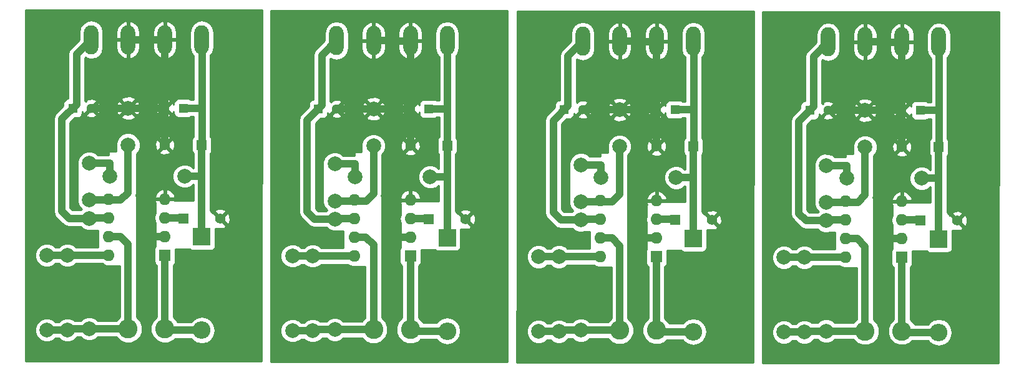
<source format=gbr>
G04 #@! TF.FileFunction,Copper,L2,Bot,Signal*
%FSLAX46Y46*%
G04 Gerber Fmt 4.6, Leading zero omitted, Abs format (unit mm)*
G04 Created by KiCad (PCBNEW 4.0.5+dfsg1-4) date Sat Jun 20 17:51:13 2020*
%MOMM*%
%LPD*%
G01*
G04 APERTURE LIST*
%ADD10C,0.100000*%
%ADD11R,1.300000X1.300000*%
%ADD12C,1.300000*%
%ADD13C,1.998980*%
%ADD14R,1.400000X1.400000*%
%ADD15C,1.400000*%
%ADD16C,2.600000*%
%ADD17R,2.400000X2.400000*%
%ADD18O,2.400000X2.400000*%
%ADD19R,1.600000X1.600000*%
%ADD20O,1.600000X1.600000*%
%ADD21O,1.981200X3.962400*%
%ADD22C,1.000000*%
%ADD23C,0.250000*%
%ADD24C,0.254000*%
G04 APERTURE END LIST*
D10*
D11*
X128600000Y-137200000D03*
D12*
X126100000Y-137200000D03*
D13*
X115850000Y-152200000D03*
X115850000Y-167200000D03*
D14*
X131100000Y-142200000D03*
D15*
X126100000Y-142200000D03*
D14*
X128600000Y-152200000D03*
D15*
X133600000Y-152200000D03*
D16*
X121100000Y-167200000D03*
X126100000Y-167200000D03*
D13*
X115850000Y-149699360D03*
X115850000Y-144698100D03*
X121100000Y-137200640D03*
X121100000Y-142201900D03*
X118600000Y-146450000D03*
X128760000Y-146450000D03*
D17*
X131100000Y-154700000D03*
D18*
X131100000Y-167400000D03*
D13*
X110100000Y-157200000D03*
X110100000Y-167360000D03*
X112850000Y-157200000D03*
X112850000Y-167360000D03*
D11*
X113600000Y-137200000D03*
D12*
X116100000Y-137200000D03*
D19*
X126100000Y-157200000D03*
D20*
X118480000Y-149580000D03*
X126100000Y-154660000D03*
X118480000Y-152120000D03*
X126100000Y-152120000D03*
X118480000Y-154660000D03*
X126100000Y-149580000D03*
X118480000Y-157200000D03*
D21*
X131100000Y-127900000D03*
X126100000Y-127900000D03*
X121100000Y-127900000D03*
X116100000Y-127900000D03*
X154400000Y-128000000D03*
X149400000Y-128000000D03*
X164400000Y-128000000D03*
X159400000Y-128000000D03*
D19*
X159400000Y-157300000D03*
D20*
X151780000Y-149680000D03*
X159400000Y-154760000D03*
X151780000Y-152220000D03*
X159400000Y-152220000D03*
X151780000Y-154760000D03*
X159400000Y-149680000D03*
X151780000Y-157300000D03*
D11*
X146900000Y-137300000D03*
D12*
X149400000Y-137300000D03*
D13*
X146150000Y-157300000D03*
X146150000Y-167460000D03*
X143400000Y-157300000D03*
X143400000Y-167460000D03*
D17*
X164400000Y-154800000D03*
D18*
X164400000Y-167500000D03*
D13*
X151900000Y-146550000D03*
X162060000Y-146550000D03*
X154400000Y-137300640D03*
X154400000Y-142301900D03*
X149150000Y-149799360D03*
X149150000Y-144798100D03*
D16*
X154400000Y-167300000D03*
X159400000Y-167300000D03*
D14*
X161900000Y-152300000D03*
D15*
X166900000Y-152300000D03*
D14*
X164400000Y-142300000D03*
D15*
X159400000Y-142300000D03*
D13*
X149150000Y-152300000D03*
X149150000Y-167300000D03*
D11*
X161900000Y-137300000D03*
D12*
X159400000Y-137300000D03*
D11*
X95200000Y-137100000D03*
D12*
X92700000Y-137100000D03*
D13*
X82450000Y-152100000D03*
X82450000Y-167100000D03*
D14*
X97700000Y-142100000D03*
D15*
X92700000Y-142100000D03*
D14*
X95200000Y-152100000D03*
D15*
X100200000Y-152100000D03*
D16*
X87700000Y-167100000D03*
X92700000Y-167100000D03*
D13*
X82450000Y-149599360D03*
X82450000Y-144598100D03*
X87700000Y-137100640D03*
X87700000Y-142101900D03*
X85200000Y-146350000D03*
X95360000Y-146350000D03*
D17*
X97700000Y-154600000D03*
D18*
X97700000Y-167300000D03*
D13*
X76700000Y-157100000D03*
X76700000Y-167260000D03*
X79450000Y-157100000D03*
X79450000Y-167260000D03*
D11*
X80200000Y-137100000D03*
D12*
X82700000Y-137100000D03*
D19*
X92700000Y-157100000D03*
D20*
X85080000Y-149480000D03*
X92700000Y-154560000D03*
X85080000Y-152020000D03*
X92700000Y-152020000D03*
X85080000Y-154560000D03*
X92700000Y-149480000D03*
X85080000Y-157100000D03*
D21*
X97700000Y-127800000D03*
X92700000Y-127800000D03*
X87700000Y-127800000D03*
X82700000Y-127800000D03*
X54400000Y-127700000D03*
X49400000Y-127700000D03*
X64400000Y-127700000D03*
X59400000Y-127700000D03*
D19*
X59400000Y-157000000D03*
D20*
X51780000Y-149380000D03*
X59400000Y-154460000D03*
X51780000Y-151920000D03*
X59400000Y-151920000D03*
X51780000Y-154460000D03*
X59400000Y-149380000D03*
X51780000Y-157000000D03*
D11*
X46900000Y-137000000D03*
D12*
X49400000Y-137000000D03*
D13*
X46150000Y-157000000D03*
X46150000Y-167160000D03*
X43400000Y-157000000D03*
X43400000Y-167160000D03*
D17*
X64400000Y-154500000D03*
D18*
X64400000Y-167200000D03*
D13*
X51900000Y-146250000D03*
X62060000Y-146250000D03*
X54400000Y-137000640D03*
X54400000Y-142001900D03*
X49150000Y-149499360D03*
X49150000Y-144498100D03*
D16*
X54400000Y-167000000D03*
X59400000Y-167000000D03*
D14*
X61900000Y-152000000D03*
D15*
X66900000Y-152000000D03*
D14*
X64400000Y-142000000D03*
D15*
X59400000Y-142000000D03*
D13*
X49150000Y-152000000D03*
X49150000Y-167000000D03*
D11*
X61900000Y-137000000D03*
D12*
X59400000Y-137000000D03*
D22*
X114100000Y-129900000D02*
X116100000Y-127900000D01*
X114100000Y-136700000D02*
X114100000Y-129900000D01*
X112100000Y-138700000D02*
X114100000Y-136700000D01*
X112100000Y-151200000D02*
X112100000Y-138700000D01*
X113100000Y-152200000D02*
X112100000Y-151200000D01*
X115850000Y-152200000D02*
X113100000Y-152200000D01*
X115930000Y-152120000D02*
X115850000Y-152200000D01*
X118480000Y-152120000D02*
X115930000Y-152120000D01*
X151780000Y-152220000D02*
X149230000Y-152220000D01*
X149230000Y-152220000D02*
X149150000Y-152300000D01*
X149150000Y-152300000D02*
X146400000Y-152300000D01*
X146400000Y-152300000D02*
X145400000Y-151300000D01*
X145400000Y-151300000D02*
X145400000Y-138800000D01*
X145400000Y-138800000D02*
X147400000Y-136800000D01*
X147400000Y-136800000D02*
X147400000Y-130000000D01*
X147400000Y-130000000D02*
X149400000Y-128000000D01*
X80700000Y-129800000D02*
X82700000Y-127800000D01*
X80700000Y-136600000D02*
X80700000Y-129800000D01*
X78700000Y-138600000D02*
X80700000Y-136600000D01*
X78700000Y-151100000D02*
X78700000Y-138600000D01*
X79700000Y-152100000D02*
X78700000Y-151100000D01*
X82450000Y-152100000D02*
X79700000Y-152100000D01*
X82530000Y-152020000D02*
X82450000Y-152100000D01*
X85080000Y-152020000D02*
X82530000Y-152020000D01*
X51780000Y-151920000D02*
X49230000Y-151920000D01*
X49230000Y-151920000D02*
X49150000Y-152000000D01*
X49150000Y-152000000D02*
X46400000Y-152000000D01*
X46400000Y-152000000D02*
X45400000Y-151000000D01*
X45400000Y-151000000D02*
X45400000Y-138500000D01*
X45400000Y-138500000D02*
X47400000Y-136500000D01*
X47400000Y-136500000D02*
X47400000Y-129700000D01*
X47400000Y-129700000D02*
X49400000Y-127700000D01*
X123600000Y-137200000D02*
X126100000Y-137200000D01*
X121099360Y-137200000D02*
X123600000Y-137200000D01*
X116100000Y-137200000D02*
X121099360Y-137200000D01*
X123600000Y-154620000D02*
X123600000Y-137200000D01*
X123640000Y-154660000D02*
X123600000Y-154620000D01*
X126100000Y-154660000D02*
X123640000Y-154660000D01*
X126100000Y-142200000D02*
X126100000Y-137200000D01*
D23*
X126100000Y-129740000D02*
X126060000Y-129700000D01*
D22*
X126100000Y-137200000D02*
X126100000Y-129740000D01*
X126060000Y-129700000D02*
X126100000Y-127950000D01*
X126100000Y-127950000D02*
X121100000Y-127900000D01*
X159400000Y-128050000D02*
X154400000Y-128000000D01*
X159360000Y-129800000D02*
X159400000Y-128050000D01*
X159400000Y-137300000D02*
X159400000Y-129840000D01*
D23*
X159400000Y-129840000D02*
X159360000Y-129800000D01*
D22*
X159400000Y-142300000D02*
X159400000Y-137300000D01*
X159400000Y-154760000D02*
X156940000Y-154760000D01*
X156940000Y-154760000D02*
X156900000Y-154720000D01*
X156900000Y-154720000D02*
X156900000Y-137300000D01*
X149400000Y-137300000D02*
X154399360Y-137300000D01*
X154399360Y-137300000D02*
X156900000Y-137300000D01*
X156900000Y-137300000D02*
X159400000Y-137300000D01*
X90200000Y-137100000D02*
X92700000Y-137100000D01*
X87699360Y-137100000D02*
X90200000Y-137100000D01*
X82700000Y-137100000D02*
X87699360Y-137100000D01*
X90200000Y-154520000D02*
X90200000Y-137100000D01*
X90240000Y-154560000D02*
X90200000Y-154520000D01*
X92700000Y-154560000D02*
X90240000Y-154560000D01*
X92700000Y-142100000D02*
X92700000Y-137100000D01*
D23*
X92700000Y-129640000D02*
X92660000Y-129600000D01*
D22*
X92700000Y-137100000D02*
X92700000Y-129640000D01*
X92660000Y-129600000D02*
X92700000Y-127850000D01*
X92700000Y-127850000D02*
X87700000Y-127800000D01*
X59400000Y-127750000D02*
X54400000Y-127700000D01*
X59360000Y-129500000D02*
X59400000Y-127750000D01*
X59400000Y-137000000D02*
X59400000Y-129540000D01*
D23*
X59400000Y-129540000D02*
X59360000Y-129500000D01*
D22*
X59400000Y-142000000D02*
X59400000Y-137000000D01*
X59400000Y-154460000D02*
X56940000Y-154460000D01*
X56940000Y-154460000D02*
X56900000Y-154420000D01*
X56900000Y-154420000D02*
X56900000Y-137000000D01*
X49400000Y-137000000D02*
X54399360Y-137000000D01*
X54399360Y-137000000D02*
X56900000Y-137000000D01*
X56900000Y-137000000D02*
X59400000Y-137000000D01*
D23*
X128520000Y-152120000D02*
X128600000Y-152200000D01*
D22*
X126100000Y-152120000D02*
X128520000Y-152120000D01*
X159400000Y-152220000D02*
X161820000Y-152220000D01*
D23*
X161820000Y-152220000D02*
X161900000Y-152300000D01*
X95120000Y-152020000D02*
X95200000Y-152100000D01*
D22*
X92700000Y-152020000D02*
X95120000Y-152020000D01*
X59400000Y-151920000D02*
X61820000Y-151920000D01*
D23*
X61820000Y-151920000D02*
X61900000Y-152000000D01*
X131140000Y-142160000D02*
X131100000Y-142200000D01*
D22*
X131140000Y-137200000D02*
X131140000Y-142160000D01*
X131140000Y-129700000D02*
X131140000Y-137200000D01*
D23*
X131100000Y-137200000D02*
X131140000Y-137200000D01*
X131140000Y-137200000D02*
X131100000Y-137200000D01*
D22*
X128600000Y-137200000D02*
X131140000Y-137200000D01*
X131100000Y-146450000D02*
X131100000Y-154700000D01*
X131100000Y-145700000D02*
X131100000Y-146450000D01*
X131100000Y-142200000D02*
X131100000Y-145700000D01*
X130850000Y-146450000D02*
X131100000Y-146450000D01*
X131100000Y-146450000D02*
X130850000Y-146450000D01*
X128760000Y-146450000D02*
X131100000Y-146450000D01*
X162060000Y-146550000D02*
X164400000Y-146550000D01*
X164400000Y-146550000D02*
X164150000Y-146550000D01*
X164150000Y-146550000D02*
X164400000Y-146550000D01*
X164400000Y-142300000D02*
X164400000Y-145800000D01*
X164400000Y-145800000D02*
X164400000Y-146550000D01*
X164400000Y-146550000D02*
X164400000Y-154800000D01*
X161900000Y-137300000D02*
X164440000Y-137300000D01*
D23*
X164440000Y-137300000D02*
X164400000Y-137300000D01*
X164400000Y-137300000D02*
X164440000Y-137300000D01*
D22*
X164440000Y-129800000D02*
X164440000Y-137300000D01*
X164440000Y-137300000D02*
X164440000Y-142260000D01*
D23*
X164440000Y-142260000D02*
X164400000Y-142300000D01*
X97740000Y-142060000D02*
X97700000Y-142100000D01*
D22*
X97740000Y-137100000D02*
X97740000Y-142060000D01*
X97740000Y-129600000D02*
X97740000Y-137100000D01*
D23*
X97700000Y-137100000D02*
X97740000Y-137100000D01*
X97740000Y-137100000D02*
X97700000Y-137100000D01*
D22*
X95200000Y-137100000D02*
X97740000Y-137100000D01*
X97700000Y-146350000D02*
X97700000Y-154600000D01*
X97700000Y-145600000D02*
X97700000Y-146350000D01*
X97700000Y-142100000D02*
X97700000Y-145600000D01*
X97450000Y-146350000D02*
X97700000Y-146350000D01*
X97700000Y-146350000D02*
X97450000Y-146350000D01*
X95360000Y-146350000D02*
X97700000Y-146350000D01*
X62060000Y-146250000D02*
X64400000Y-146250000D01*
X64400000Y-146250000D02*
X64150000Y-146250000D01*
X64150000Y-146250000D02*
X64400000Y-146250000D01*
X64400000Y-142000000D02*
X64400000Y-145500000D01*
X64400000Y-145500000D02*
X64400000Y-146250000D01*
X64400000Y-146250000D02*
X64400000Y-154500000D01*
X61900000Y-137000000D02*
X64440000Y-137000000D01*
D23*
X64440000Y-137000000D02*
X64400000Y-137000000D01*
X64400000Y-137000000D02*
X64440000Y-137000000D01*
D22*
X64440000Y-129500000D02*
X64440000Y-137000000D01*
X64440000Y-137000000D02*
X64440000Y-141960000D01*
D23*
X64440000Y-141960000D02*
X64400000Y-142000000D01*
D22*
X126300640Y-167400000D02*
X131100000Y-167400000D01*
D23*
X126100000Y-167199360D02*
X126300640Y-167400000D01*
D22*
X126100000Y-157200000D02*
X126100000Y-167199360D01*
X159400000Y-157300000D02*
X159400000Y-167299360D01*
D23*
X159400000Y-167299360D02*
X159600640Y-167500000D01*
D22*
X159600640Y-167500000D02*
X164400000Y-167500000D01*
X92900640Y-167300000D02*
X97700000Y-167300000D01*
D23*
X92700000Y-167099360D02*
X92900640Y-167300000D01*
D22*
X92700000Y-157100000D02*
X92700000Y-167099360D01*
X59400000Y-157000000D02*
X59400000Y-166999360D01*
D23*
X59400000Y-166999360D02*
X59600640Y-167200000D01*
D22*
X59600640Y-167200000D02*
X64400000Y-167200000D01*
X121100000Y-155700000D02*
X120060000Y-154660000D01*
X120060000Y-154660000D02*
X118480000Y-154660000D01*
X121100000Y-167199360D02*
X121100000Y-155700000D01*
D23*
X121100640Y-167200000D02*
X121100000Y-167199360D01*
D22*
X113010000Y-167200000D02*
X121100640Y-167200000D01*
D23*
X112850000Y-167360000D02*
X113010000Y-167200000D01*
D22*
X110100000Y-167360000D02*
X112850000Y-167360000D01*
X143400000Y-167460000D02*
X146150000Y-167460000D01*
D23*
X146150000Y-167460000D02*
X146310000Y-167300000D01*
D22*
X146310000Y-167300000D02*
X154400640Y-167300000D01*
D23*
X154400640Y-167300000D02*
X154400000Y-167299360D01*
D22*
X154400000Y-167299360D02*
X154400000Y-155800000D01*
X153360000Y-154760000D02*
X151780000Y-154760000D01*
X154400000Y-155800000D02*
X153360000Y-154760000D01*
X87700000Y-155600000D02*
X86660000Y-154560000D01*
X86660000Y-154560000D02*
X85080000Y-154560000D01*
X87700000Y-167099360D02*
X87700000Y-155600000D01*
D23*
X87700640Y-167100000D02*
X87700000Y-167099360D01*
D22*
X79610000Y-167100000D02*
X87700640Y-167100000D01*
D23*
X79450000Y-167260000D02*
X79610000Y-167100000D01*
D22*
X76700000Y-167260000D02*
X79450000Y-167260000D01*
X43400000Y-167160000D02*
X46150000Y-167160000D01*
D23*
X46150000Y-167160000D02*
X46310000Y-167000000D01*
D22*
X46310000Y-167000000D02*
X54400640Y-167000000D01*
D23*
X54400640Y-167000000D02*
X54400000Y-166999360D01*
D22*
X54400000Y-166999360D02*
X54400000Y-155500000D01*
X53360000Y-154460000D02*
X51780000Y-154460000D01*
X54400000Y-155500000D02*
X53360000Y-154460000D01*
X112850000Y-157200000D02*
X110100000Y-157200000D01*
X118480000Y-157200000D02*
X112850000Y-157200000D01*
X151780000Y-157300000D02*
X146150000Y-157300000D01*
X146150000Y-157300000D02*
X143400000Y-157300000D01*
X79450000Y-157100000D02*
X76700000Y-157100000D01*
X85080000Y-157100000D02*
X79450000Y-157100000D01*
X51780000Y-157000000D02*
X46150000Y-157000000D01*
X46150000Y-157000000D02*
X43400000Y-157000000D01*
X120100000Y-149700000D02*
X121100000Y-148700000D01*
X121100000Y-148700000D02*
X121100000Y-142201900D01*
X118361280Y-149700000D02*
X120100000Y-149700000D01*
D23*
X118360640Y-149699360D02*
X118361280Y-149700000D01*
D22*
X115850000Y-149699360D02*
X118360640Y-149699360D01*
X149150000Y-149799360D02*
X151660640Y-149799360D01*
D23*
X151660640Y-149799360D02*
X151661280Y-149800000D01*
D22*
X151661280Y-149800000D02*
X153400000Y-149800000D01*
X154400000Y-148800000D02*
X154400000Y-142301900D01*
X153400000Y-149800000D02*
X154400000Y-148800000D01*
X86700000Y-149600000D02*
X87700000Y-148600000D01*
X87700000Y-148600000D02*
X87700000Y-142101900D01*
X84961280Y-149600000D02*
X86700000Y-149600000D01*
D23*
X84960640Y-149599360D02*
X84961280Y-149600000D01*
D22*
X82450000Y-149599360D02*
X84960640Y-149599360D01*
X49150000Y-149499360D02*
X51660640Y-149499360D01*
D23*
X51660640Y-149499360D02*
X51661280Y-149500000D01*
D22*
X51661280Y-149500000D02*
X53400000Y-149500000D01*
X54400000Y-148500000D02*
X54400000Y-142001900D01*
X53400000Y-149500000D02*
X54400000Y-148500000D01*
D23*
X115851900Y-144700000D02*
X115850000Y-144698100D01*
D22*
X118600000Y-144700000D02*
X115851900Y-144700000D01*
X118600000Y-146450000D02*
X118600000Y-144700000D01*
X151900000Y-146550000D02*
X151900000Y-144800000D01*
X151900000Y-144800000D02*
X149151900Y-144800000D01*
D23*
X149151900Y-144800000D02*
X149150000Y-144798100D01*
X82451900Y-144600000D02*
X82450000Y-144598100D01*
D22*
X85200000Y-144600000D02*
X82451900Y-144600000D01*
X85200000Y-146350000D02*
X85200000Y-144600000D01*
X51900000Y-146250000D02*
X51900000Y-144500000D01*
X51900000Y-144500000D02*
X49151900Y-144500000D01*
D23*
X49151900Y-144500000D02*
X49150000Y-144498100D01*
D24*
G36*
X72523132Y-171373000D02*
X40461132Y-171373000D01*
X40475760Y-157323694D01*
X41765226Y-157323694D01*
X42013538Y-157924655D01*
X42472927Y-158384846D01*
X43073453Y-158634206D01*
X43723694Y-158634774D01*
X44324655Y-158386462D01*
X44576556Y-158135000D01*
X44973516Y-158135000D01*
X45222927Y-158384846D01*
X45823453Y-158634206D01*
X46473694Y-158634774D01*
X47074655Y-158386462D01*
X47326556Y-158135000D01*
X50917233Y-158135000D01*
X51202736Y-158325767D01*
X51622903Y-158409344D01*
X51654590Y-158430994D01*
X51704000Y-158441000D01*
X53265000Y-158441000D01*
X53265000Y-165398902D01*
X52798087Y-165865000D01*
X50326484Y-165865000D01*
X50077073Y-165615154D01*
X49476547Y-165365794D01*
X48826306Y-165365226D01*
X48225345Y-165613538D01*
X47973444Y-165865000D01*
X47166762Y-165865000D01*
X47077073Y-165775154D01*
X46476547Y-165525794D01*
X45826306Y-165525226D01*
X45225345Y-165773538D01*
X44973444Y-166025000D01*
X44576484Y-166025000D01*
X44327073Y-165775154D01*
X43726547Y-165525794D01*
X43076306Y-165525226D01*
X42475345Y-165773538D01*
X42015154Y-166232927D01*
X41765794Y-166833453D01*
X41765226Y-167483694D01*
X42013538Y-168084655D01*
X42472927Y-168544846D01*
X43073453Y-168794206D01*
X43723694Y-168794774D01*
X44324655Y-168546462D01*
X44576556Y-168295000D01*
X44973516Y-168295000D01*
X45222927Y-168544846D01*
X45823453Y-168794206D01*
X46473694Y-168794774D01*
X47074655Y-168546462D01*
X47486835Y-168135000D01*
X47973516Y-168135000D01*
X48222927Y-168384846D01*
X48823453Y-168634206D01*
X49473694Y-168634774D01*
X50074655Y-168386462D01*
X50326556Y-168135000D01*
X52798902Y-168135000D01*
X53302479Y-168639457D01*
X54013416Y-168934663D01*
X54783207Y-168935335D01*
X55494658Y-168641370D01*
X56039457Y-168097521D01*
X56334663Y-167386584D01*
X56334665Y-167383207D01*
X57464665Y-167383207D01*
X57758630Y-168094658D01*
X58302479Y-168639457D01*
X59013416Y-168934663D01*
X59783207Y-168935335D01*
X60494658Y-168641370D01*
X60801563Y-168335000D01*
X62969832Y-168335000D01*
X63102459Y-168533491D01*
X63697776Y-168931269D01*
X64400000Y-169070950D01*
X65102224Y-168931269D01*
X65697541Y-168533491D01*
X66095319Y-167938174D01*
X66235000Y-167235950D01*
X66235000Y-167164050D01*
X66095319Y-166461826D01*
X65697541Y-165866509D01*
X65102224Y-165468731D01*
X64400000Y-165329050D01*
X63697776Y-165468731D01*
X63102459Y-165866509D01*
X62969832Y-166065000D01*
X61107339Y-166065000D01*
X61041370Y-165905342D01*
X60535000Y-165398087D01*
X60535000Y-158339018D01*
X60651441Y-158264090D01*
X60796431Y-158051890D01*
X60847440Y-157800000D01*
X60847440Y-156200000D01*
X60833704Y-156127000D01*
X62720183Y-156127000D01*
X62735910Y-156151441D01*
X62948110Y-156296431D01*
X63200000Y-156347440D01*
X65600000Y-156347440D01*
X65835317Y-156303162D01*
X66051441Y-156164090D01*
X66196431Y-155951890D01*
X66247440Y-155700000D01*
X66247440Y-153361000D01*
X67452000Y-153361000D01*
X67498159Y-153352315D01*
X67540553Y-153325035D01*
X67568994Y-153283410D01*
X67579000Y-153234000D01*
X67579000Y-153177185D01*
X67593831Y-153171042D01*
X67655669Y-152935275D01*
X66900000Y-152179605D01*
X66885858Y-152193748D01*
X66706252Y-152014142D01*
X66720395Y-152000000D01*
X67079605Y-152000000D01*
X67835275Y-152755669D01*
X68071042Y-152693831D01*
X68247419Y-152192878D01*
X68218664Y-151662560D01*
X68071042Y-151306169D01*
X67835275Y-151244331D01*
X67079605Y-152000000D01*
X66720395Y-152000000D01*
X65964725Y-151244331D01*
X65910230Y-151258624D01*
X65716331Y-151064725D01*
X66144331Y-151064725D01*
X66900000Y-151820395D01*
X67655669Y-151064725D01*
X67593831Y-150828958D01*
X67092878Y-150652581D01*
X66562560Y-150681336D01*
X66206169Y-150828958D01*
X66144331Y-151064725D01*
X65716331Y-151064725D01*
X65535000Y-150883394D01*
X65535000Y-143174669D01*
X65551441Y-143164090D01*
X65696431Y-142951890D01*
X65747440Y-142700000D01*
X65747440Y-141300000D01*
X65703162Y-141064683D01*
X65575000Y-140865514D01*
X65575000Y-129853123D01*
X65901859Y-129363944D01*
X66025600Y-128741854D01*
X66025600Y-126658146D01*
X65901859Y-126036056D01*
X65549473Y-125508673D01*
X65022090Y-125156287D01*
X64400000Y-125032546D01*
X63777910Y-125156287D01*
X63250527Y-125508673D01*
X62898141Y-126036056D01*
X62774400Y-126658146D01*
X62774400Y-128741854D01*
X62898141Y-129363944D01*
X63250527Y-129891327D01*
X63305000Y-129927725D01*
X63305000Y-135865000D01*
X62964975Y-135865000D01*
X62801890Y-135753569D01*
X62550000Y-135702560D01*
X61250000Y-135702560D01*
X61014683Y-135746838D01*
X60798559Y-135885910D01*
X60653569Y-136098110D01*
X60602560Y-136350000D01*
X60602560Y-136512385D01*
X60529611Y-136336271D01*
X60299016Y-136280590D01*
X59579605Y-137000000D01*
X60299016Y-137719410D01*
X60529611Y-137663729D01*
X60602560Y-137454098D01*
X60602560Y-137650000D01*
X60646838Y-137885317D01*
X60785910Y-138101441D01*
X60998110Y-138246431D01*
X61250000Y-138297440D01*
X62550000Y-138297440D01*
X62785317Y-138253162D01*
X62968946Y-138135000D01*
X63305000Y-138135000D01*
X63305000Y-140799591D01*
X63248559Y-140835910D01*
X63103569Y-141048110D01*
X63052560Y-141300000D01*
X63052560Y-142700000D01*
X63096838Y-142935317D01*
X63235910Y-143151441D01*
X63265000Y-143171317D01*
X63265000Y-145115000D01*
X63236484Y-145115000D01*
X62987073Y-144865154D01*
X62386547Y-144615794D01*
X61736306Y-144615226D01*
X61135345Y-144863538D01*
X60675154Y-145322927D01*
X60425794Y-145923453D01*
X60425226Y-146573694D01*
X60673538Y-147174655D01*
X61132927Y-147634846D01*
X61733453Y-147884206D01*
X62383694Y-147884774D01*
X62984655Y-147636462D01*
X63236556Y-147385000D01*
X63265000Y-147385000D01*
X63265000Y-149551000D01*
X60694089Y-149551000D01*
X60669915Y-149507000D01*
X59527000Y-149507000D01*
X59527000Y-149527000D01*
X59273000Y-149527000D01*
X59273000Y-149507000D01*
X58130085Y-149507000D01*
X58008096Y-149729039D01*
X58093499Y-149935233D01*
X58083006Y-149950590D01*
X58073000Y-150000000D01*
X58073000Y-151330620D01*
X58046120Y-151370849D01*
X57936887Y-151920000D01*
X58046120Y-152469151D01*
X58073000Y-152509380D01*
X58073000Y-153954258D01*
X58008096Y-154110961D01*
X58073000Y-154229096D01*
X58073000Y-154690904D01*
X58008096Y-154809039D01*
X58073000Y-154965742D01*
X58073000Y-155846494D01*
X58003569Y-155948110D01*
X57952560Y-156200000D01*
X57952560Y-157800000D01*
X57996838Y-158035317D01*
X58135910Y-158251441D01*
X58265000Y-158339644D01*
X58265000Y-165398902D01*
X57760543Y-165902479D01*
X57465337Y-166613416D01*
X57464665Y-167383207D01*
X56334665Y-167383207D01*
X56335335Y-166616793D01*
X56041370Y-165905342D01*
X55535000Y-165398087D01*
X55535000Y-155500000D01*
X55527000Y-155459781D01*
X55527000Y-149030961D01*
X58008096Y-149030961D01*
X58130085Y-149253000D01*
X59273000Y-149253000D01*
X59273000Y-148109371D01*
X59527000Y-148109371D01*
X59527000Y-149253000D01*
X60669915Y-149253000D01*
X60791904Y-149030961D01*
X60631041Y-148642577D01*
X60255134Y-148227611D01*
X59749041Y-147988086D01*
X59527000Y-148109371D01*
X59273000Y-148109371D01*
X59050959Y-147988086D01*
X58544866Y-148227611D01*
X58168959Y-148642577D01*
X58008096Y-149030961D01*
X55527000Y-149030961D01*
X55527000Y-149000000D01*
X55524042Y-148972748D01*
X55503666Y-148926636D01*
X55466956Y-148892084D01*
X55457694Y-148888645D01*
X55535000Y-148500000D01*
X55535000Y-143178384D01*
X55778533Y-142935275D01*
X58644331Y-142935275D01*
X58706169Y-143171042D01*
X59207122Y-143347419D01*
X59737440Y-143318664D01*
X60093831Y-143171042D01*
X60155669Y-142935275D01*
X59400000Y-142179605D01*
X58644331Y-142935275D01*
X55778533Y-142935275D01*
X55784846Y-142928973D01*
X56034206Y-142328447D01*
X56034661Y-141807122D01*
X58052581Y-141807122D01*
X58081336Y-142337440D01*
X58228958Y-142693831D01*
X58464725Y-142755669D01*
X59220395Y-142000000D01*
X59579605Y-142000000D01*
X60335275Y-142755669D01*
X60571042Y-142693831D01*
X60747419Y-142192878D01*
X60718664Y-141662560D01*
X60571042Y-141306169D01*
X60335275Y-141244331D01*
X59579605Y-142000000D01*
X59220395Y-142000000D01*
X58464725Y-141244331D01*
X58228958Y-141306169D01*
X58052581Y-141807122D01*
X56034661Y-141807122D01*
X56034774Y-141678206D01*
X55786462Y-141077245D01*
X55773964Y-141064725D01*
X58644331Y-141064725D01*
X59400000Y-141820395D01*
X60155669Y-141064725D01*
X60093831Y-140828958D01*
X59592878Y-140652581D01*
X59062560Y-140681336D01*
X58706169Y-140828958D01*
X58644331Y-141064725D01*
X55773964Y-141064725D01*
X55327073Y-140617054D01*
X54726547Y-140367694D01*
X54076306Y-140367126D01*
X53475345Y-140615438D01*
X53015154Y-141074827D01*
X52765794Y-141675353D01*
X52765226Y-142325594D01*
X52773000Y-142344409D01*
X52773000Y-142873000D01*
X51900000Y-142873000D01*
X51853841Y-142881685D01*
X51811447Y-142908965D01*
X51783006Y-142950590D01*
X51773000Y-143000000D01*
X51773000Y-143365000D01*
X50328380Y-143365000D01*
X50077073Y-143113254D01*
X49476547Y-142863894D01*
X48826306Y-142863326D01*
X48225345Y-143111638D01*
X47765154Y-143571027D01*
X47515794Y-144171553D01*
X47515226Y-144821794D01*
X47523000Y-144840609D01*
X47523000Y-149155459D01*
X47515794Y-149172813D01*
X47515226Y-149823054D01*
X47763538Y-150424015D01*
X48088800Y-150749845D01*
X47973444Y-150865000D01*
X46870133Y-150865000D01*
X46535000Y-150529868D01*
X46535000Y-138970132D01*
X47207692Y-138297440D01*
X47550000Y-138297440D01*
X47785317Y-138253162D01*
X48001441Y-138114090D01*
X48146431Y-137901890D01*
X48147012Y-137899016D01*
X48680590Y-137899016D01*
X48736271Y-138129611D01*
X49219078Y-138297622D01*
X49729428Y-138268083D01*
X50007738Y-138152803D01*
X53427443Y-138152803D01*
X53526042Y-138419605D01*
X54135582Y-138646041D01*
X54785377Y-138621981D01*
X55273958Y-138419605D01*
X55372557Y-138152803D01*
X54400000Y-137180245D01*
X53427443Y-138152803D01*
X50007738Y-138152803D01*
X50063729Y-138129611D01*
X50119410Y-137899016D01*
X49400000Y-137179605D01*
X48680590Y-137899016D01*
X48147012Y-137899016D01*
X48197440Y-137650000D01*
X48197440Y-137487615D01*
X48270389Y-137663729D01*
X48500984Y-137719410D01*
X49220395Y-137000000D01*
X49579605Y-137000000D01*
X50299016Y-137719410D01*
X50529611Y-137663729D01*
X50697622Y-137180922D01*
X50671883Y-136736222D01*
X52754599Y-136736222D01*
X52778659Y-137386017D01*
X52981035Y-137874598D01*
X53247837Y-137973197D01*
X54220395Y-137000640D01*
X54579605Y-137000640D01*
X55552163Y-137973197D01*
X55752891Y-137899016D01*
X58680590Y-137899016D01*
X58736271Y-138129611D01*
X59219078Y-138297622D01*
X59729428Y-138268083D01*
X60063729Y-138129611D01*
X60119410Y-137899016D01*
X59400000Y-137179605D01*
X58680590Y-137899016D01*
X55752891Y-137899016D01*
X55818965Y-137874598D01*
X56045401Y-137265058D01*
X56028888Y-136819078D01*
X58102378Y-136819078D01*
X58131917Y-137329428D01*
X58270389Y-137663729D01*
X58500984Y-137719410D01*
X59220395Y-137000000D01*
X58500984Y-136280590D01*
X58270389Y-136336271D01*
X58102378Y-136819078D01*
X56028888Y-136819078D01*
X56021341Y-136615263D01*
X55818965Y-136126682D01*
X55749429Y-136100984D01*
X58680590Y-136100984D01*
X59400000Y-136820395D01*
X60119410Y-136100984D01*
X60063729Y-135870389D01*
X59580922Y-135702378D01*
X59070572Y-135731917D01*
X58736271Y-135870389D01*
X58680590Y-136100984D01*
X55749429Y-136100984D01*
X55552163Y-136028083D01*
X54579605Y-137000640D01*
X54220395Y-137000640D01*
X53247837Y-136028083D01*
X52981035Y-136126682D01*
X52754599Y-136736222D01*
X50671883Y-136736222D01*
X50668083Y-136670572D01*
X50529611Y-136336271D01*
X50299016Y-136280590D01*
X49579605Y-137000000D01*
X49220395Y-137000000D01*
X49206252Y-136985858D01*
X49385858Y-136806252D01*
X49400000Y-136820395D01*
X50119410Y-136100984D01*
X50063729Y-135870389D01*
X50000762Y-135848477D01*
X53427443Y-135848477D01*
X54400000Y-136821035D01*
X55372557Y-135848477D01*
X55273958Y-135581675D01*
X54664418Y-135355239D01*
X54014623Y-135379299D01*
X53526042Y-135581675D01*
X53427443Y-135848477D01*
X50000762Y-135848477D01*
X49580922Y-135702378D01*
X49070572Y-135731917D01*
X48736271Y-135870389D01*
X48680590Y-136100982D01*
X48565130Y-135985522D01*
X48535000Y-136015652D01*
X48535000Y-130170132D01*
X48588188Y-130116944D01*
X48777910Y-130243713D01*
X49400000Y-130367454D01*
X50022090Y-130243713D01*
X50549473Y-129891327D01*
X50901859Y-129363944D01*
X51025600Y-128741854D01*
X51025600Y-127827000D01*
X52774400Y-127827000D01*
X52774400Y-128817600D01*
X52946742Y-129430023D01*
X53340330Y-129929876D01*
X53895243Y-130241060D01*
X54021041Y-130271411D01*
X54273000Y-130151942D01*
X54273000Y-127827000D01*
X54527000Y-127827000D01*
X54527000Y-130151942D01*
X54778959Y-130271411D01*
X54904757Y-130241060D01*
X55459670Y-129929876D01*
X55853258Y-129430023D01*
X56025600Y-128817600D01*
X56025600Y-127827000D01*
X57774400Y-127827000D01*
X57774400Y-128817600D01*
X57946742Y-129430023D01*
X58340330Y-129929876D01*
X58895243Y-130241060D01*
X59021041Y-130271411D01*
X59273000Y-130151942D01*
X59273000Y-127827000D01*
X59527000Y-127827000D01*
X59527000Y-130151942D01*
X59778959Y-130271411D01*
X59904757Y-130241060D01*
X60459670Y-129929876D01*
X60853258Y-129430023D01*
X61025600Y-128817600D01*
X61025600Y-127827000D01*
X59527000Y-127827000D01*
X59273000Y-127827000D01*
X57774400Y-127827000D01*
X56025600Y-127827000D01*
X54527000Y-127827000D01*
X54273000Y-127827000D01*
X52774400Y-127827000D01*
X51025600Y-127827000D01*
X51025600Y-126658146D01*
X51010534Y-126582400D01*
X52774400Y-126582400D01*
X52774400Y-127573000D01*
X54273000Y-127573000D01*
X54273000Y-125248058D01*
X54527000Y-125248058D01*
X54527000Y-127573000D01*
X56025600Y-127573000D01*
X56025600Y-126582400D01*
X57774400Y-126582400D01*
X57774400Y-127573000D01*
X59273000Y-127573000D01*
X59273000Y-125248058D01*
X59527000Y-125248058D01*
X59527000Y-127573000D01*
X61025600Y-127573000D01*
X61025600Y-126582400D01*
X60853258Y-125969977D01*
X60459670Y-125470124D01*
X59904757Y-125158940D01*
X59778959Y-125128589D01*
X59527000Y-125248058D01*
X59273000Y-125248058D01*
X59021041Y-125128589D01*
X58895243Y-125158940D01*
X58340330Y-125470124D01*
X57946742Y-125969977D01*
X57774400Y-126582400D01*
X56025600Y-126582400D01*
X55853258Y-125969977D01*
X55459670Y-125470124D01*
X54904757Y-125158940D01*
X54778959Y-125128589D01*
X54527000Y-125248058D01*
X54273000Y-125248058D01*
X54021041Y-125128589D01*
X53895243Y-125158940D01*
X53340330Y-125470124D01*
X52946742Y-125969977D01*
X52774400Y-126582400D01*
X51010534Y-126582400D01*
X50901859Y-126036056D01*
X50549473Y-125508673D01*
X50022090Y-125156287D01*
X49400000Y-125032546D01*
X48777910Y-125156287D01*
X48250527Y-125508673D01*
X47898141Y-126036056D01*
X47774400Y-126658146D01*
X47774400Y-127720468D01*
X46597434Y-128897434D01*
X46351397Y-129265654D01*
X46265000Y-129700000D01*
X46265000Y-135702560D01*
X46250000Y-135702560D01*
X46014683Y-135746838D01*
X45798559Y-135885910D01*
X45653569Y-136098110D01*
X45602560Y-136350000D01*
X45602560Y-136692308D01*
X44597434Y-137697434D01*
X44351397Y-138065654D01*
X44265000Y-138500000D01*
X44265000Y-151000000D01*
X44351397Y-151434346D01*
X44513070Y-151676306D01*
X44597434Y-151802566D01*
X45597434Y-152802567D01*
X45965655Y-153048604D01*
X46400000Y-153135000D01*
X47973516Y-153135000D01*
X48222927Y-153384846D01*
X48823453Y-153634206D01*
X49473694Y-153634774D01*
X49521551Y-153615000D01*
X50311000Y-153615000D01*
X50311000Y-155865000D01*
X47326484Y-155865000D01*
X47077073Y-155615154D01*
X46476547Y-155365794D01*
X45826306Y-155365226D01*
X45225345Y-155613538D01*
X44973444Y-155865000D01*
X44576484Y-155865000D01*
X44327073Y-155615154D01*
X43726547Y-155365794D01*
X43076306Y-155365226D01*
X42475345Y-155613538D01*
X42015154Y-156072927D01*
X41765794Y-156673453D01*
X41765226Y-157323694D01*
X40475760Y-157323694D01*
X40510868Y-123607000D01*
X72572868Y-123607000D01*
X72523132Y-171373000D01*
X72523132Y-171373000D01*
G37*
X72523132Y-171373000D02*
X40461132Y-171373000D01*
X40475760Y-157323694D01*
X41765226Y-157323694D01*
X42013538Y-157924655D01*
X42472927Y-158384846D01*
X43073453Y-158634206D01*
X43723694Y-158634774D01*
X44324655Y-158386462D01*
X44576556Y-158135000D01*
X44973516Y-158135000D01*
X45222927Y-158384846D01*
X45823453Y-158634206D01*
X46473694Y-158634774D01*
X47074655Y-158386462D01*
X47326556Y-158135000D01*
X50917233Y-158135000D01*
X51202736Y-158325767D01*
X51622903Y-158409344D01*
X51654590Y-158430994D01*
X51704000Y-158441000D01*
X53265000Y-158441000D01*
X53265000Y-165398902D01*
X52798087Y-165865000D01*
X50326484Y-165865000D01*
X50077073Y-165615154D01*
X49476547Y-165365794D01*
X48826306Y-165365226D01*
X48225345Y-165613538D01*
X47973444Y-165865000D01*
X47166762Y-165865000D01*
X47077073Y-165775154D01*
X46476547Y-165525794D01*
X45826306Y-165525226D01*
X45225345Y-165773538D01*
X44973444Y-166025000D01*
X44576484Y-166025000D01*
X44327073Y-165775154D01*
X43726547Y-165525794D01*
X43076306Y-165525226D01*
X42475345Y-165773538D01*
X42015154Y-166232927D01*
X41765794Y-166833453D01*
X41765226Y-167483694D01*
X42013538Y-168084655D01*
X42472927Y-168544846D01*
X43073453Y-168794206D01*
X43723694Y-168794774D01*
X44324655Y-168546462D01*
X44576556Y-168295000D01*
X44973516Y-168295000D01*
X45222927Y-168544846D01*
X45823453Y-168794206D01*
X46473694Y-168794774D01*
X47074655Y-168546462D01*
X47486835Y-168135000D01*
X47973516Y-168135000D01*
X48222927Y-168384846D01*
X48823453Y-168634206D01*
X49473694Y-168634774D01*
X50074655Y-168386462D01*
X50326556Y-168135000D01*
X52798902Y-168135000D01*
X53302479Y-168639457D01*
X54013416Y-168934663D01*
X54783207Y-168935335D01*
X55494658Y-168641370D01*
X56039457Y-168097521D01*
X56334663Y-167386584D01*
X56334665Y-167383207D01*
X57464665Y-167383207D01*
X57758630Y-168094658D01*
X58302479Y-168639457D01*
X59013416Y-168934663D01*
X59783207Y-168935335D01*
X60494658Y-168641370D01*
X60801563Y-168335000D01*
X62969832Y-168335000D01*
X63102459Y-168533491D01*
X63697776Y-168931269D01*
X64400000Y-169070950D01*
X65102224Y-168931269D01*
X65697541Y-168533491D01*
X66095319Y-167938174D01*
X66235000Y-167235950D01*
X66235000Y-167164050D01*
X66095319Y-166461826D01*
X65697541Y-165866509D01*
X65102224Y-165468731D01*
X64400000Y-165329050D01*
X63697776Y-165468731D01*
X63102459Y-165866509D01*
X62969832Y-166065000D01*
X61107339Y-166065000D01*
X61041370Y-165905342D01*
X60535000Y-165398087D01*
X60535000Y-158339018D01*
X60651441Y-158264090D01*
X60796431Y-158051890D01*
X60847440Y-157800000D01*
X60847440Y-156200000D01*
X60833704Y-156127000D01*
X62720183Y-156127000D01*
X62735910Y-156151441D01*
X62948110Y-156296431D01*
X63200000Y-156347440D01*
X65600000Y-156347440D01*
X65835317Y-156303162D01*
X66051441Y-156164090D01*
X66196431Y-155951890D01*
X66247440Y-155700000D01*
X66247440Y-153361000D01*
X67452000Y-153361000D01*
X67498159Y-153352315D01*
X67540553Y-153325035D01*
X67568994Y-153283410D01*
X67579000Y-153234000D01*
X67579000Y-153177185D01*
X67593831Y-153171042D01*
X67655669Y-152935275D01*
X66900000Y-152179605D01*
X66885858Y-152193748D01*
X66706252Y-152014142D01*
X66720395Y-152000000D01*
X67079605Y-152000000D01*
X67835275Y-152755669D01*
X68071042Y-152693831D01*
X68247419Y-152192878D01*
X68218664Y-151662560D01*
X68071042Y-151306169D01*
X67835275Y-151244331D01*
X67079605Y-152000000D01*
X66720395Y-152000000D01*
X65964725Y-151244331D01*
X65910230Y-151258624D01*
X65716331Y-151064725D01*
X66144331Y-151064725D01*
X66900000Y-151820395D01*
X67655669Y-151064725D01*
X67593831Y-150828958D01*
X67092878Y-150652581D01*
X66562560Y-150681336D01*
X66206169Y-150828958D01*
X66144331Y-151064725D01*
X65716331Y-151064725D01*
X65535000Y-150883394D01*
X65535000Y-143174669D01*
X65551441Y-143164090D01*
X65696431Y-142951890D01*
X65747440Y-142700000D01*
X65747440Y-141300000D01*
X65703162Y-141064683D01*
X65575000Y-140865514D01*
X65575000Y-129853123D01*
X65901859Y-129363944D01*
X66025600Y-128741854D01*
X66025600Y-126658146D01*
X65901859Y-126036056D01*
X65549473Y-125508673D01*
X65022090Y-125156287D01*
X64400000Y-125032546D01*
X63777910Y-125156287D01*
X63250527Y-125508673D01*
X62898141Y-126036056D01*
X62774400Y-126658146D01*
X62774400Y-128741854D01*
X62898141Y-129363944D01*
X63250527Y-129891327D01*
X63305000Y-129927725D01*
X63305000Y-135865000D01*
X62964975Y-135865000D01*
X62801890Y-135753569D01*
X62550000Y-135702560D01*
X61250000Y-135702560D01*
X61014683Y-135746838D01*
X60798559Y-135885910D01*
X60653569Y-136098110D01*
X60602560Y-136350000D01*
X60602560Y-136512385D01*
X60529611Y-136336271D01*
X60299016Y-136280590D01*
X59579605Y-137000000D01*
X60299016Y-137719410D01*
X60529611Y-137663729D01*
X60602560Y-137454098D01*
X60602560Y-137650000D01*
X60646838Y-137885317D01*
X60785910Y-138101441D01*
X60998110Y-138246431D01*
X61250000Y-138297440D01*
X62550000Y-138297440D01*
X62785317Y-138253162D01*
X62968946Y-138135000D01*
X63305000Y-138135000D01*
X63305000Y-140799591D01*
X63248559Y-140835910D01*
X63103569Y-141048110D01*
X63052560Y-141300000D01*
X63052560Y-142700000D01*
X63096838Y-142935317D01*
X63235910Y-143151441D01*
X63265000Y-143171317D01*
X63265000Y-145115000D01*
X63236484Y-145115000D01*
X62987073Y-144865154D01*
X62386547Y-144615794D01*
X61736306Y-144615226D01*
X61135345Y-144863538D01*
X60675154Y-145322927D01*
X60425794Y-145923453D01*
X60425226Y-146573694D01*
X60673538Y-147174655D01*
X61132927Y-147634846D01*
X61733453Y-147884206D01*
X62383694Y-147884774D01*
X62984655Y-147636462D01*
X63236556Y-147385000D01*
X63265000Y-147385000D01*
X63265000Y-149551000D01*
X60694089Y-149551000D01*
X60669915Y-149507000D01*
X59527000Y-149507000D01*
X59527000Y-149527000D01*
X59273000Y-149527000D01*
X59273000Y-149507000D01*
X58130085Y-149507000D01*
X58008096Y-149729039D01*
X58093499Y-149935233D01*
X58083006Y-149950590D01*
X58073000Y-150000000D01*
X58073000Y-151330620D01*
X58046120Y-151370849D01*
X57936887Y-151920000D01*
X58046120Y-152469151D01*
X58073000Y-152509380D01*
X58073000Y-153954258D01*
X58008096Y-154110961D01*
X58073000Y-154229096D01*
X58073000Y-154690904D01*
X58008096Y-154809039D01*
X58073000Y-154965742D01*
X58073000Y-155846494D01*
X58003569Y-155948110D01*
X57952560Y-156200000D01*
X57952560Y-157800000D01*
X57996838Y-158035317D01*
X58135910Y-158251441D01*
X58265000Y-158339644D01*
X58265000Y-165398902D01*
X57760543Y-165902479D01*
X57465337Y-166613416D01*
X57464665Y-167383207D01*
X56334665Y-167383207D01*
X56335335Y-166616793D01*
X56041370Y-165905342D01*
X55535000Y-165398087D01*
X55535000Y-155500000D01*
X55527000Y-155459781D01*
X55527000Y-149030961D01*
X58008096Y-149030961D01*
X58130085Y-149253000D01*
X59273000Y-149253000D01*
X59273000Y-148109371D01*
X59527000Y-148109371D01*
X59527000Y-149253000D01*
X60669915Y-149253000D01*
X60791904Y-149030961D01*
X60631041Y-148642577D01*
X60255134Y-148227611D01*
X59749041Y-147988086D01*
X59527000Y-148109371D01*
X59273000Y-148109371D01*
X59050959Y-147988086D01*
X58544866Y-148227611D01*
X58168959Y-148642577D01*
X58008096Y-149030961D01*
X55527000Y-149030961D01*
X55527000Y-149000000D01*
X55524042Y-148972748D01*
X55503666Y-148926636D01*
X55466956Y-148892084D01*
X55457694Y-148888645D01*
X55535000Y-148500000D01*
X55535000Y-143178384D01*
X55778533Y-142935275D01*
X58644331Y-142935275D01*
X58706169Y-143171042D01*
X59207122Y-143347419D01*
X59737440Y-143318664D01*
X60093831Y-143171042D01*
X60155669Y-142935275D01*
X59400000Y-142179605D01*
X58644331Y-142935275D01*
X55778533Y-142935275D01*
X55784846Y-142928973D01*
X56034206Y-142328447D01*
X56034661Y-141807122D01*
X58052581Y-141807122D01*
X58081336Y-142337440D01*
X58228958Y-142693831D01*
X58464725Y-142755669D01*
X59220395Y-142000000D01*
X59579605Y-142000000D01*
X60335275Y-142755669D01*
X60571042Y-142693831D01*
X60747419Y-142192878D01*
X60718664Y-141662560D01*
X60571042Y-141306169D01*
X60335275Y-141244331D01*
X59579605Y-142000000D01*
X59220395Y-142000000D01*
X58464725Y-141244331D01*
X58228958Y-141306169D01*
X58052581Y-141807122D01*
X56034661Y-141807122D01*
X56034774Y-141678206D01*
X55786462Y-141077245D01*
X55773964Y-141064725D01*
X58644331Y-141064725D01*
X59400000Y-141820395D01*
X60155669Y-141064725D01*
X60093831Y-140828958D01*
X59592878Y-140652581D01*
X59062560Y-140681336D01*
X58706169Y-140828958D01*
X58644331Y-141064725D01*
X55773964Y-141064725D01*
X55327073Y-140617054D01*
X54726547Y-140367694D01*
X54076306Y-140367126D01*
X53475345Y-140615438D01*
X53015154Y-141074827D01*
X52765794Y-141675353D01*
X52765226Y-142325594D01*
X52773000Y-142344409D01*
X52773000Y-142873000D01*
X51900000Y-142873000D01*
X51853841Y-142881685D01*
X51811447Y-142908965D01*
X51783006Y-142950590D01*
X51773000Y-143000000D01*
X51773000Y-143365000D01*
X50328380Y-143365000D01*
X50077073Y-143113254D01*
X49476547Y-142863894D01*
X48826306Y-142863326D01*
X48225345Y-143111638D01*
X47765154Y-143571027D01*
X47515794Y-144171553D01*
X47515226Y-144821794D01*
X47523000Y-144840609D01*
X47523000Y-149155459D01*
X47515794Y-149172813D01*
X47515226Y-149823054D01*
X47763538Y-150424015D01*
X48088800Y-150749845D01*
X47973444Y-150865000D01*
X46870133Y-150865000D01*
X46535000Y-150529868D01*
X46535000Y-138970132D01*
X47207692Y-138297440D01*
X47550000Y-138297440D01*
X47785317Y-138253162D01*
X48001441Y-138114090D01*
X48146431Y-137901890D01*
X48147012Y-137899016D01*
X48680590Y-137899016D01*
X48736271Y-138129611D01*
X49219078Y-138297622D01*
X49729428Y-138268083D01*
X50007738Y-138152803D01*
X53427443Y-138152803D01*
X53526042Y-138419605D01*
X54135582Y-138646041D01*
X54785377Y-138621981D01*
X55273958Y-138419605D01*
X55372557Y-138152803D01*
X54400000Y-137180245D01*
X53427443Y-138152803D01*
X50007738Y-138152803D01*
X50063729Y-138129611D01*
X50119410Y-137899016D01*
X49400000Y-137179605D01*
X48680590Y-137899016D01*
X48147012Y-137899016D01*
X48197440Y-137650000D01*
X48197440Y-137487615D01*
X48270389Y-137663729D01*
X48500984Y-137719410D01*
X49220395Y-137000000D01*
X49579605Y-137000000D01*
X50299016Y-137719410D01*
X50529611Y-137663729D01*
X50697622Y-137180922D01*
X50671883Y-136736222D01*
X52754599Y-136736222D01*
X52778659Y-137386017D01*
X52981035Y-137874598D01*
X53247837Y-137973197D01*
X54220395Y-137000640D01*
X54579605Y-137000640D01*
X55552163Y-137973197D01*
X55752891Y-137899016D01*
X58680590Y-137899016D01*
X58736271Y-138129611D01*
X59219078Y-138297622D01*
X59729428Y-138268083D01*
X60063729Y-138129611D01*
X60119410Y-137899016D01*
X59400000Y-137179605D01*
X58680590Y-137899016D01*
X55752891Y-137899016D01*
X55818965Y-137874598D01*
X56045401Y-137265058D01*
X56028888Y-136819078D01*
X58102378Y-136819078D01*
X58131917Y-137329428D01*
X58270389Y-137663729D01*
X58500984Y-137719410D01*
X59220395Y-137000000D01*
X58500984Y-136280590D01*
X58270389Y-136336271D01*
X58102378Y-136819078D01*
X56028888Y-136819078D01*
X56021341Y-136615263D01*
X55818965Y-136126682D01*
X55749429Y-136100984D01*
X58680590Y-136100984D01*
X59400000Y-136820395D01*
X60119410Y-136100984D01*
X60063729Y-135870389D01*
X59580922Y-135702378D01*
X59070572Y-135731917D01*
X58736271Y-135870389D01*
X58680590Y-136100984D01*
X55749429Y-136100984D01*
X55552163Y-136028083D01*
X54579605Y-137000640D01*
X54220395Y-137000640D01*
X53247837Y-136028083D01*
X52981035Y-136126682D01*
X52754599Y-136736222D01*
X50671883Y-136736222D01*
X50668083Y-136670572D01*
X50529611Y-136336271D01*
X50299016Y-136280590D01*
X49579605Y-137000000D01*
X49220395Y-137000000D01*
X49206252Y-136985858D01*
X49385858Y-136806252D01*
X49400000Y-136820395D01*
X50119410Y-136100984D01*
X50063729Y-135870389D01*
X50000762Y-135848477D01*
X53427443Y-135848477D01*
X54400000Y-136821035D01*
X55372557Y-135848477D01*
X55273958Y-135581675D01*
X54664418Y-135355239D01*
X54014623Y-135379299D01*
X53526042Y-135581675D01*
X53427443Y-135848477D01*
X50000762Y-135848477D01*
X49580922Y-135702378D01*
X49070572Y-135731917D01*
X48736271Y-135870389D01*
X48680590Y-136100982D01*
X48565130Y-135985522D01*
X48535000Y-136015652D01*
X48535000Y-130170132D01*
X48588188Y-130116944D01*
X48777910Y-130243713D01*
X49400000Y-130367454D01*
X50022090Y-130243713D01*
X50549473Y-129891327D01*
X50901859Y-129363944D01*
X51025600Y-128741854D01*
X51025600Y-127827000D01*
X52774400Y-127827000D01*
X52774400Y-128817600D01*
X52946742Y-129430023D01*
X53340330Y-129929876D01*
X53895243Y-130241060D01*
X54021041Y-130271411D01*
X54273000Y-130151942D01*
X54273000Y-127827000D01*
X54527000Y-127827000D01*
X54527000Y-130151942D01*
X54778959Y-130271411D01*
X54904757Y-130241060D01*
X55459670Y-129929876D01*
X55853258Y-129430023D01*
X56025600Y-128817600D01*
X56025600Y-127827000D01*
X57774400Y-127827000D01*
X57774400Y-128817600D01*
X57946742Y-129430023D01*
X58340330Y-129929876D01*
X58895243Y-130241060D01*
X59021041Y-130271411D01*
X59273000Y-130151942D01*
X59273000Y-127827000D01*
X59527000Y-127827000D01*
X59527000Y-130151942D01*
X59778959Y-130271411D01*
X59904757Y-130241060D01*
X60459670Y-129929876D01*
X60853258Y-129430023D01*
X61025600Y-128817600D01*
X61025600Y-127827000D01*
X59527000Y-127827000D01*
X59273000Y-127827000D01*
X57774400Y-127827000D01*
X56025600Y-127827000D01*
X54527000Y-127827000D01*
X54273000Y-127827000D01*
X52774400Y-127827000D01*
X51025600Y-127827000D01*
X51025600Y-126658146D01*
X51010534Y-126582400D01*
X52774400Y-126582400D01*
X52774400Y-127573000D01*
X54273000Y-127573000D01*
X54273000Y-125248058D01*
X54527000Y-125248058D01*
X54527000Y-127573000D01*
X56025600Y-127573000D01*
X56025600Y-126582400D01*
X57774400Y-126582400D01*
X57774400Y-127573000D01*
X59273000Y-127573000D01*
X59273000Y-125248058D01*
X59527000Y-125248058D01*
X59527000Y-127573000D01*
X61025600Y-127573000D01*
X61025600Y-126582400D01*
X60853258Y-125969977D01*
X60459670Y-125470124D01*
X59904757Y-125158940D01*
X59778959Y-125128589D01*
X59527000Y-125248058D01*
X59273000Y-125248058D01*
X59021041Y-125128589D01*
X58895243Y-125158940D01*
X58340330Y-125470124D01*
X57946742Y-125969977D01*
X57774400Y-126582400D01*
X56025600Y-126582400D01*
X55853258Y-125969977D01*
X55459670Y-125470124D01*
X54904757Y-125158940D01*
X54778959Y-125128589D01*
X54527000Y-125248058D01*
X54273000Y-125248058D01*
X54021041Y-125128589D01*
X53895243Y-125158940D01*
X53340330Y-125470124D01*
X52946742Y-125969977D01*
X52774400Y-126582400D01*
X51010534Y-126582400D01*
X50901859Y-126036056D01*
X50549473Y-125508673D01*
X50022090Y-125156287D01*
X49400000Y-125032546D01*
X48777910Y-125156287D01*
X48250527Y-125508673D01*
X47898141Y-126036056D01*
X47774400Y-126658146D01*
X47774400Y-127720468D01*
X46597434Y-128897434D01*
X46351397Y-129265654D01*
X46265000Y-129700000D01*
X46265000Y-135702560D01*
X46250000Y-135702560D01*
X46014683Y-135746838D01*
X45798559Y-135885910D01*
X45653569Y-136098110D01*
X45602560Y-136350000D01*
X45602560Y-136692308D01*
X44597434Y-137697434D01*
X44351397Y-138065654D01*
X44265000Y-138500000D01*
X44265000Y-151000000D01*
X44351397Y-151434346D01*
X44513070Y-151676306D01*
X44597434Y-151802566D01*
X45597434Y-152802567D01*
X45965655Y-153048604D01*
X46400000Y-153135000D01*
X47973516Y-153135000D01*
X48222927Y-153384846D01*
X48823453Y-153634206D01*
X49473694Y-153634774D01*
X49521551Y-153615000D01*
X50311000Y-153615000D01*
X50311000Y-155865000D01*
X47326484Y-155865000D01*
X47077073Y-155615154D01*
X46476547Y-155365794D01*
X45826306Y-155365226D01*
X45225345Y-155613538D01*
X44973444Y-155865000D01*
X44576484Y-155865000D01*
X44327073Y-155615154D01*
X43726547Y-155365794D01*
X43076306Y-155365226D01*
X42475345Y-155613538D01*
X42015154Y-156072927D01*
X41765794Y-156673453D01*
X41765226Y-157323694D01*
X40475760Y-157323694D01*
X40510868Y-123607000D01*
X72572868Y-123607000D01*
X72523132Y-171373000D01*
G36*
X59527000Y-154333000D02*
X59547000Y-154333000D01*
X59547000Y-154587000D01*
X59527000Y-154587000D01*
X59527000Y-154607000D01*
X59273000Y-154607000D01*
X59273000Y-154587000D01*
X59027000Y-154587000D01*
X59027000Y-154333000D01*
X59273000Y-154333000D01*
X59273000Y-154313000D01*
X59527000Y-154313000D01*
X59527000Y-154333000D01*
X59527000Y-154333000D01*
G37*
X59527000Y-154333000D02*
X59547000Y-154333000D01*
X59547000Y-154587000D01*
X59527000Y-154587000D01*
X59527000Y-154607000D01*
X59273000Y-154607000D01*
X59273000Y-154587000D01*
X59027000Y-154587000D01*
X59027000Y-154333000D01*
X59273000Y-154333000D01*
X59273000Y-154313000D01*
X59527000Y-154313000D01*
X59527000Y-154333000D01*
G36*
X105823132Y-171473000D02*
X73761132Y-171473000D01*
X73775760Y-157423694D01*
X75065226Y-157423694D01*
X75313538Y-158024655D01*
X75772927Y-158484846D01*
X76373453Y-158734206D01*
X77023694Y-158734774D01*
X77624655Y-158486462D01*
X77876556Y-158235000D01*
X78273516Y-158235000D01*
X78522927Y-158484846D01*
X79123453Y-158734206D01*
X79773694Y-158734774D01*
X80374655Y-158486462D01*
X80626556Y-158235000D01*
X84217233Y-158235000D01*
X84502736Y-158425767D01*
X84922903Y-158509344D01*
X84954590Y-158530994D01*
X85004000Y-158541000D01*
X86565000Y-158541000D01*
X86565000Y-165498902D01*
X86098087Y-165965000D01*
X83626484Y-165965000D01*
X83377073Y-165715154D01*
X82776547Y-165465794D01*
X82126306Y-165465226D01*
X81525345Y-165713538D01*
X81273444Y-165965000D01*
X80466762Y-165965000D01*
X80377073Y-165875154D01*
X79776547Y-165625794D01*
X79126306Y-165625226D01*
X78525345Y-165873538D01*
X78273444Y-166125000D01*
X77876484Y-166125000D01*
X77627073Y-165875154D01*
X77026547Y-165625794D01*
X76376306Y-165625226D01*
X75775345Y-165873538D01*
X75315154Y-166332927D01*
X75065794Y-166933453D01*
X75065226Y-167583694D01*
X75313538Y-168184655D01*
X75772927Y-168644846D01*
X76373453Y-168894206D01*
X77023694Y-168894774D01*
X77624655Y-168646462D01*
X77876556Y-168395000D01*
X78273516Y-168395000D01*
X78522927Y-168644846D01*
X79123453Y-168894206D01*
X79773694Y-168894774D01*
X80374655Y-168646462D01*
X80786835Y-168235000D01*
X81273516Y-168235000D01*
X81522927Y-168484846D01*
X82123453Y-168734206D01*
X82773694Y-168734774D01*
X83374655Y-168486462D01*
X83626556Y-168235000D01*
X86098902Y-168235000D01*
X86602479Y-168739457D01*
X87313416Y-169034663D01*
X88083207Y-169035335D01*
X88794658Y-168741370D01*
X89339457Y-168197521D01*
X89634663Y-167486584D01*
X89634665Y-167483207D01*
X90764665Y-167483207D01*
X91058630Y-168194658D01*
X91602479Y-168739457D01*
X92313416Y-169034663D01*
X93083207Y-169035335D01*
X93794658Y-168741370D01*
X94101563Y-168435000D01*
X96269832Y-168435000D01*
X96402459Y-168633491D01*
X96997776Y-169031269D01*
X97700000Y-169170950D01*
X98402224Y-169031269D01*
X98997541Y-168633491D01*
X99395319Y-168038174D01*
X99535000Y-167335950D01*
X99535000Y-167264050D01*
X99395319Y-166561826D01*
X98997541Y-165966509D01*
X98402224Y-165568731D01*
X97700000Y-165429050D01*
X96997776Y-165568731D01*
X96402459Y-165966509D01*
X96269832Y-166165000D01*
X94407339Y-166165000D01*
X94341370Y-166005342D01*
X93835000Y-165498087D01*
X93835000Y-158439018D01*
X93951441Y-158364090D01*
X94096431Y-158151890D01*
X94147440Y-157900000D01*
X94147440Y-156300000D01*
X94133704Y-156227000D01*
X96020183Y-156227000D01*
X96035910Y-156251441D01*
X96248110Y-156396431D01*
X96500000Y-156447440D01*
X98900000Y-156447440D01*
X99135317Y-156403162D01*
X99351441Y-156264090D01*
X99496431Y-156051890D01*
X99547440Y-155800000D01*
X99547440Y-153461000D01*
X100752000Y-153461000D01*
X100798159Y-153452315D01*
X100840553Y-153425035D01*
X100868994Y-153383410D01*
X100879000Y-153334000D01*
X100879000Y-153277185D01*
X100893831Y-153271042D01*
X100955669Y-153035275D01*
X100200000Y-152279605D01*
X100185858Y-152293748D01*
X100006252Y-152114142D01*
X100020395Y-152100000D01*
X100379605Y-152100000D01*
X101135275Y-152855669D01*
X101371042Y-152793831D01*
X101547419Y-152292878D01*
X101518664Y-151762560D01*
X101371042Y-151406169D01*
X101135275Y-151344331D01*
X100379605Y-152100000D01*
X100020395Y-152100000D01*
X99264725Y-151344331D01*
X99210230Y-151358624D01*
X99016331Y-151164725D01*
X99444331Y-151164725D01*
X100200000Y-151920395D01*
X100955669Y-151164725D01*
X100893831Y-150928958D01*
X100392878Y-150752581D01*
X99862560Y-150781336D01*
X99506169Y-150928958D01*
X99444331Y-151164725D01*
X99016331Y-151164725D01*
X98835000Y-150983394D01*
X98835000Y-143274669D01*
X98851441Y-143264090D01*
X98996431Y-143051890D01*
X99047440Y-142800000D01*
X99047440Y-141400000D01*
X99003162Y-141164683D01*
X98875000Y-140965514D01*
X98875000Y-129953123D01*
X99201859Y-129463944D01*
X99325600Y-128841854D01*
X99325600Y-126758146D01*
X99201859Y-126136056D01*
X98849473Y-125608673D01*
X98322090Y-125256287D01*
X97700000Y-125132546D01*
X97077910Y-125256287D01*
X96550527Y-125608673D01*
X96198141Y-126136056D01*
X96074400Y-126758146D01*
X96074400Y-128841854D01*
X96198141Y-129463944D01*
X96550527Y-129991327D01*
X96605000Y-130027725D01*
X96605000Y-135965000D01*
X96264975Y-135965000D01*
X96101890Y-135853569D01*
X95850000Y-135802560D01*
X94550000Y-135802560D01*
X94314683Y-135846838D01*
X94098559Y-135985910D01*
X93953569Y-136198110D01*
X93902560Y-136450000D01*
X93902560Y-136612385D01*
X93829611Y-136436271D01*
X93599016Y-136380590D01*
X92879605Y-137100000D01*
X93599016Y-137819410D01*
X93829611Y-137763729D01*
X93902560Y-137554098D01*
X93902560Y-137750000D01*
X93946838Y-137985317D01*
X94085910Y-138201441D01*
X94298110Y-138346431D01*
X94550000Y-138397440D01*
X95850000Y-138397440D01*
X96085317Y-138353162D01*
X96268946Y-138235000D01*
X96605000Y-138235000D01*
X96605000Y-140899591D01*
X96548559Y-140935910D01*
X96403569Y-141148110D01*
X96352560Y-141400000D01*
X96352560Y-142800000D01*
X96396838Y-143035317D01*
X96535910Y-143251441D01*
X96565000Y-143271317D01*
X96565000Y-145215000D01*
X96536484Y-145215000D01*
X96287073Y-144965154D01*
X95686547Y-144715794D01*
X95036306Y-144715226D01*
X94435345Y-144963538D01*
X93975154Y-145422927D01*
X93725794Y-146023453D01*
X93725226Y-146673694D01*
X93973538Y-147274655D01*
X94432927Y-147734846D01*
X95033453Y-147984206D01*
X95683694Y-147984774D01*
X96284655Y-147736462D01*
X96536556Y-147485000D01*
X96565000Y-147485000D01*
X96565000Y-149651000D01*
X93994089Y-149651000D01*
X93969915Y-149607000D01*
X92827000Y-149607000D01*
X92827000Y-149627000D01*
X92573000Y-149627000D01*
X92573000Y-149607000D01*
X91430085Y-149607000D01*
X91308096Y-149829039D01*
X91393499Y-150035233D01*
X91383006Y-150050590D01*
X91373000Y-150100000D01*
X91373000Y-151430620D01*
X91346120Y-151470849D01*
X91236887Y-152020000D01*
X91346120Y-152569151D01*
X91373000Y-152609380D01*
X91373000Y-154054258D01*
X91308096Y-154210961D01*
X91373000Y-154329096D01*
X91373000Y-154790904D01*
X91308096Y-154909039D01*
X91373000Y-155065742D01*
X91373000Y-155946494D01*
X91303569Y-156048110D01*
X91252560Y-156300000D01*
X91252560Y-157900000D01*
X91296838Y-158135317D01*
X91435910Y-158351441D01*
X91565000Y-158439644D01*
X91565000Y-165498902D01*
X91060543Y-166002479D01*
X90765337Y-166713416D01*
X90764665Y-167483207D01*
X89634665Y-167483207D01*
X89635335Y-166716793D01*
X89341370Y-166005342D01*
X88835000Y-165498087D01*
X88835000Y-155600000D01*
X88827000Y-155559781D01*
X88827000Y-149130961D01*
X91308096Y-149130961D01*
X91430085Y-149353000D01*
X92573000Y-149353000D01*
X92573000Y-148209371D01*
X92827000Y-148209371D01*
X92827000Y-149353000D01*
X93969915Y-149353000D01*
X94091904Y-149130961D01*
X93931041Y-148742577D01*
X93555134Y-148327611D01*
X93049041Y-148088086D01*
X92827000Y-148209371D01*
X92573000Y-148209371D01*
X92350959Y-148088086D01*
X91844866Y-148327611D01*
X91468959Y-148742577D01*
X91308096Y-149130961D01*
X88827000Y-149130961D01*
X88827000Y-149100000D01*
X88824042Y-149072748D01*
X88803666Y-149026636D01*
X88766956Y-148992084D01*
X88757694Y-148988645D01*
X88835000Y-148600000D01*
X88835000Y-143278384D01*
X89078533Y-143035275D01*
X91944331Y-143035275D01*
X92006169Y-143271042D01*
X92507122Y-143447419D01*
X93037440Y-143418664D01*
X93393831Y-143271042D01*
X93455669Y-143035275D01*
X92700000Y-142279605D01*
X91944331Y-143035275D01*
X89078533Y-143035275D01*
X89084846Y-143028973D01*
X89334206Y-142428447D01*
X89334661Y-141907122D01*
X91352581Y-141907122D01*
X91381336Y-142437440D01*
X91528958Y-142793831D01*
X91764725Y-142855669D01*
X92520395Y-142100000D01*
X92879605Y-142100000D01*
X93635275Y-142855669D01*
X93871042Y-142793831D01*
X94047419Y-142292878D01*
X94018664Y-141762560D01*
X93871042Y-141406169D01*
X93635275Y-141344331D01*
X92879605Y-142100000D01*
X92520395Y-142100000D01*
X91764725Y-141344331D01*
X91528958Y-141406169D01*
X91352581Y-141907122D01*
X89334661Y-141907122D01*
X89334774Y-141778206D01*
X89086462Y-141177245D01*
X89073964Y-141164725D01*
X91944331Y-141164725D01*
X92700000Y-141920395D01*
X93455669Y-141164725D01*
X93393831Y-140928958D01*
X92892878Y-140752581D01*
X92362560Y-140781336D01*
X92006169Y-140928958D01*
X91944331Y-141164725D01*
X89073964Y-141164725D01*
X88627073Y-140717054D01*
X88026547Y-140467694D01*
X87376306Y-140467126D01*
X86775345Y-140715438D01*
X86315154Y-141174827D01*
X86065794Y-141775353D01*
X86065226Y-142425594D01*
X86073000Y-142444409D01*
X86073000Y-142973000D01*
X85200000Y-142973000D01*
X85153841Y-142981685D01*
X85111447Y-143008965D01*
X85083006Y-143050590D01*
X85073000Y-143100000D01*
X85073000Y-143465000D01*
X83628380Y-143465000D01*
X83377073Y-143213254D01*
X82776547Y-142963894D01*
X82126306Y-142963326D01*
X81525345Y-143211638D01*
X81065154Y-143671027D01*
X80815794Y-144271553D01*
X80815226Y-144921794D01*
X80823000Y-144940609D01*
X80823000Y-149255459D01*
X80815794Y-149272813D01*
X80815226Y-149923054D01*
X81063538Y-150524015D01*
X81388800Y-150849845D01*
X81273444Y-150965000D01*
X80170133Y-150965000D01*
X79835000Y-150629868D01*
X79835000Y-139070132D01*
X80507692Y-138397440D01*
X80850000Y-138397440D01*
X81085317Y-138353162D01*
X81301441Y-138214090D01*
X81446431Y-138001890D01*
X81447012Y-137999016D01*
X81980590Y-137999016D01*
X82036271Y-138229611D01*
X82519078Y-138397622D01*
X83029428Y-138368083D01*
X83307738Y-138252803D01*
X86727443Y-138252803D01*
X86826042Y-138519605D01*
X87435582Y-138746041D01*
X88085377Y-138721981D01*
X88573958Y-138519605D01*
X88672557Y-138252803D01*
X87700000Y-137280245D01*
X86727443Y-138252803D01*
X83307738Y-138252803D01*
X83363729Y-138229611D01*
X83419410Y-137999016D01*
X82700000Y-137279605D01*
X81980590Y-137999016D01*
X81447012Y-137999016D01*
X81497440Y-137750000D01*
X81497440Y-137587615D01*
X81570389Y-137763729D01*
X81800984Y-137819410D01*
X82520395Y-137100000D01*
X82879605Y-137100000D01*
X83599016Y-137819410D01*
X83829611Y-137763729D01*
X83997622Y-137280922D01*
X83971883Y-136836222D01*
X86054599Y-136836222D01*
X86078659Y-137486017D01*
X86281035Y-137974598D01*
X86547837Y-138073197D01*
X87520395Y-137100640D01*
X87879605Y-137100640D01*
X88852163Y-138073197D01*
X89052891Y-137999016D01*
X91980590Y-137999016D01*
X92036271Y-138229611D01*
X92519078Y-138397622D01*
X93029428Y-138368083D01*
X93363729Y-138229611D01*
X93419410Y-137999016D01*
X92700000Y-137279605D01*
X91980590Y-137999016D01*
X89052891Y-137999016D01*
X89118965Y-137974598D01*
X89345401Y-137365058D01*
X89328888Y-136919078D01*
X91402378Y-136919078D01*
X91431917Y-137429428D01*
X91570389Y-137763729D01*
X91800984Y-137819410D01*
X92520395Y-137100000D01*
X91800984Y-136380590D01*
X91570389Y-136436271D01*
X91402378Y-136919078D01*
X89328888Y-136919078D01*
X89321341Y-136715263D01*
X89118965Y-136226682D01*
X89049429Y-136200984D01*
X91980590Y-136200984D01*
X92700000Y-136920395D01*
X93419410Y-136200984D01*
X93363729Y-135970389D01*
X92880922Y-135802378D01*
X92370572Y-135831917D01*
X92036271Y-135970389D01*
X91980590Y-136200984D01*
X89049429Y-136200984D01*
X88852163Y-136128083D01*
X87879605Y-137100640D01*
X87520395Y-137100640D01*
X86547837Y-136128083D01*
X86281035Y-136226682D01*
X86054599Y-136836222D01*
X83971883Y-136836222D01*
X83968083Y-136770572D01*
X83829611Y-136436271D01*
X83599016Y-136380590D01*
X82879605Y-137100000D01*
X82520395Y-137100000D01*
X82506252Y-137085858D01*
X82685858Y-136906252D01*
X82700000Y-136920395D01*
X83419410Y-136200984D01*
X83363729Y-135970389D01*
X83300762Y-135948477D01*
X86727443Y-135948477D01*
X87700000Y-136921035D01*
X88672557Y-135948477D01*
X88573958Y-135681675D01*
X87964418Y-135455239D01*
X87314623Y-135479299D01*
X86826042Y-135681675D01*
X86727443Y-135948477D01*
X83300762Y-135948477D01*
X82880922Y-135802378D01*
X82370572Y-135831917D01*
X82036271Y-135970389D01*
X81980590Y-136200982D01*
X81865130Y-136085522D01*
X81835000Y-136115652D01*
X81835000Y-130270132D01*
X81888188Y-130216944D01*
X82077910Y-130343713D01*
X82700000Y-130467454D01*
X83322090Y-130343713D01*
X83849473Y-129991327D01*
X84201859Y-129463944D01*
X84325600Y-128841854D01*
X84325600Y-127927000D01*
X86074400Y-127927000D01*
X86074400Y-128917600D01*
X86246742Y-129530023D01*
X86640330Y-130029876D01*
X87195243Y-130341060D01*
X87321041Y-130371411D01*
X87573000Y-130251942D01*
X87573000Y-127927000D01*
X87827000Y-127927000D01*
X87827000Y-130251942D01*
X88078959Y-130371411D01*
X88204757Y-130341060D01*
X88759670Y-130029876D01*
X89153258Y-129530023D01*
X89325600Y-128917600D01*
X89325600Y-127927000D01*
X91074400Y-127927000D01*
X91074400Y-128917600D01*
X91246742Y-129530023D01*
X91640330Y-130029876D01*
X92195243Y-130341060D01*
X92321041Y-130371411D01*
X92573000Y-130251942D01*
X92573000Y-127927000D01*
X92827000Y-127927000D01*
X92827000Y-130251942D01*
X93078959Y-130371411D01*
X93204757Y-130341060D01*
X93759670Y-130029876D01*
X94153258Y-129530023D01*
X94325600Y-128917600D01*
X94325600Y-127927000D01*
X92827000Y-127927000D01*
X92573000Y-127927000D01*
X91074400Y-127927000D01*
X89325600Y-127927000D01*
X87827000Y-127927000D01*
X87573000Y-127927000D01*
X86074400Y-127927000D01*
X84325600Y-127927000D01*
X84325600Y-126758146D01*
X84310534Y-126682400D01*
X86074400Y-126682400D01*
X86074400Y-127673000D01*
X87573000Y-127673000D01*
X87573000Y-125348058D01*
X87827000Y-125348058D01*
X87827000Y-127673000D01*
X89325600Y-127673000D01*
X89325600Y-126682400D01*
X91074400Y-126682400D01*
X91074400Y-127673000D01*
X92573000Y-127673000D01*
X92573000Y-125348058D01*
X92827000Y-125348058D01*
X92827000Y-127673000D01*
X94325600Y-127673000D01*
X94325600Y-126682400D01*
X94153258Y-126069977D01*
X93759670Y-125570124D01*
X93204757Y-125258940D01*
X93078959Y-125228589D01*
X92827000Y-125348058D01*
X92573000Y-125348058D01*
X92321041Y-125228589D01*
X92195243Y-125258940D01*
X91640330Y-125570124D01*
X91246742Y-126069977D01*
X91074400Y-126682400D01*
X89325600Y-126682400D01*
X89153258Y-126069977D01*
X88759670Y-125570124D01*
X88204757Y-125258940D01*
X88078959Y-125228589D01*
X87827000Y-125348058D01*
X87573000Y-125348058D01*
X87321041Y-125228589D01*
X87195243Y-125258940D01*
X86640330Y-125570124D01*
X86246742Y-126069977D01*
X86074400Y-126682400D01*
X84310534Y-126682400D01*
X84201859Y-126136056D01*
X83849473Y-125608673D01*
X83322090Y-125256287D01*
X82700000Y-125132546D01*
X82077910Y-125256287D01*
X81550527Y-125608673D01*
X81198141Y-126136056D01*
X81074400Y-126758146D01*
X81074400Y-127820468D01*
X79897434Y-128997434D01*
X79651397Y-129365654D01*
X79565000Y-129800000D01*
X79565000Y-135802560D01*
X79550000Y-135802560D01*
X79314683Y-135846838D01*
X79098559Y-135985910D01*
X78953569Y-136198110D01*
X78902560Y-136450000D01*
X78902560Y-136792308D01*
X77897434Y-137797434D01*
X77651397Y-138165654D01*
X77565000Y-138600000D01*
X77565000Y-151100000D01*
X77651397Y-151534346D01*
X77813070Y-151776306D01*
X77897434Y-151902566D01*
X78897434Y-152902567D01*
X79265655Y-153148604D01*
X79700000Y-153235000D01*
X81273516Y-153235000D01*
X81522927Y-153484846D01*
X82123453Y-153734206D01*
X82773694Y-153734774D01*
X82821551Y-153715000D01*
X83611000Y-153715000D01*
X83611000Y-155965000D01*
X80626484Y-155965000D01*
X80377073Y-155715154D01*
X79776547Y-155465794D01*
X79126306Y-155465226D01*
X78525345Y-155713538D01*
X78273444Y-155965000D01*
X77876484Y-155965000D01*
X77627073Y-155715154D01*
X77026547Y-155465794D01*
X76376306Y-155465226D01*
X75775345Y-155713538D01*
X75315154Y-156172927D01*
X75065794Y-156773453D01*
X75065226Y-157423694D01*
X73775760Y-157423694D01*
X73810868Y-123707000D01*
X105872868Y-123707000D01*
X105823132Y-171473000D01*
X105823132Y-171473000D01*
G37*
X105823132Y-171473000D02*
X73761132Y-171473000D01*
X73775760Y-157423694D01*
X75065226Y-157423694D01*
X75313538Y-158024655D01*
X75772927Y-158484846D01*
X76373453Y-158734206D01*
X77023694Y-158734774D01*
X77624655Y-158486462D01*
X77876556Y-158235000D01*
X78273516Y-158235000D01*
X78522927Y-158484846D01*
X79123453Y-158734206D01*
X79773694Y-158734774D01*
X80374655Y-158486462D01*
X80626556Y-158235000D01*
X84217233Y-158235000D01*
X84502736Y-158425767D01*
X84922903Y-158509344D01*
X84954590Y-158530994D01*
X85004000Y-158541000D01*
X86565000Y-158541000D01*
X86565000Y-165498902D01*
X86098087Y-165965000D01*
X83626484Y-165965000D01*
X83377073Y-165715154D01*
X82776547Y-165465794D01*
X82126306Y-165465226D01*
X81525345Y-165713538D01*
X81273444Y-165965000D01*
X80466762Y-165965000D01*
X80377073Y-165875154D01*
X79776547Y-165625794D01*
X79126306Y-165625226D01*
X78525345Y-165873538D01*
X78273444Y-166125000D01*
X77876484Y-166125000D01*
X77627073Y-165875154D01*
X77026547Y-165625794D01*
X76376306Y-165625226D01*
X75775345Y-165873538D01*
X75315154Y-166332927D01*
X75065794Y-166933453D01*
X75065226Y-167583694D01*
X75313538Y-168184655D01*
X75772927Y-168644846D01*
X76373453Y-168894206D01*
X77023694Y-168894774D01*
X77624655Y-168646462D01*
X77876556Y-168395000D01*
X78273516Y-168395000D01*
X78522927Y-168644846D01*
X79123453Y-168894206D01*
X79773694Y-168894774D01*
X80374655Y-168646462D01*
X80786835Y-168235000D01*
X81273516Y-168235000D01*
X81522927Y-168484846D01*
X82123453Y-168734206D01*
X82773694Y-168734774D01*
X83374655Y-168486462D01*
X83626556Y-168235000D01*
X86098902Y-168235000D01*
X86602479Y-168739457D01*
X87313416Y-169034663D01*
X88083207Y-169035335D01*
X88794658Y-168741370D01*
X89339457Y-168197521D01*
X89634663Y-167486584D01*
X89634665Y-167483207D01*
X90764665Y-167483207D01*
X91058630Y-168194658D01*
X91602479Y-168739457D01*
X92313416Y-169034663D01*
X93083207Y-169035335D01*
X93794658Y-168741370D01*
X94101563Y-168435000D01*
X96269832Y-168435000D01*
X96402459Y-168633491D01*
X96997776Y-169031269D01*
X97700000Y-169170950D01*
X98402224Y-169031269D01*
X98997541Y-168633491D01*
X99395319Y-168038174D01*
X99535000Y-167335950D01*
X99535000Y-167264050D01*
X99395319Y-166561826D01*
X98997541Y-165966509D01*
X98402224Y-165568731D01*
X97700000Y-165429050D01*
X96997776Y-165568731D01*
X96402459Y-165966509D01*
X96269832Y-166165000D01*
X94407339Y-166165000D01*
X94341370Y-166005342D01*
X93835000Y-165498087D01*
X93835000Y-158439018D01*
X93951441Y-158364090D01*
X94096431Y-158151890D01*
X94147440Y-157900000D01*
X94147440Y-156300000D01*
X94133704Y-156227000D01*
X96020183Y-156227000D01*
X96035910Y-156251441D01*
X96248110Y-156396431D01*
X96500000Y-156447440D01*
X98900000Y-156447440D01*
X99135317Y-156403162D01*
X99351441Y-156264090D01*
X99496431Y-156051890D01*
X99547440Y-155800000D01*
X99547440Y-153461000D01*
X100752000Y-153461000D01*
X100798159Y-153452315D01*
X100840553Y-153425035D01*
X100868994Y-153383410D01*
X100879000Y-153334000D01*
X100879000Y-153277185D01*
X100893831Y-153271042D01*
X100955669Y-153035275D01*
X100200000Y-152279605D01*
X100185858Y-152293748D01*
X100006252Y-152114142D01*
X100020395Y-152100000D01*
X100379605Y-152100000D01*
X101135275Y-152855669D01*
X101371042Y-152793831D01*
X101547419Y-152292878D01*
X101518664Y-151762560D01*
X101371042Y-151406169D01*
X101135275Y-151344331D01*
X100379605Y-152100000D01*
X100020395Y-152100000D01*
X99264725Y-151344331D01*
X99210230Y-151358624D01*
X99016331Y-151164725D01*
X99444331Y-151164725D01*
X100200000Y-151920395D01*
X100955669Y-151164725D01*
X100893831Y-150928958D01*
X100392878Y-150752581D01*
X99862560Y-150781336D01*
X99506169Y-150928958D01*
X99444331Y-151164725D01*
X99016331Y-151164725D01*
X98835000Y-150983394D01*
X98835000Y-143274669D01*
X98851441Y-143264090D01*
X98996431Y-143051890D01*
X99047440Y-142800000D01*
X99047440Y-141400000D01*
X99003162Y-141164683D01*
X98875000Y-140965514D01*
X98875000Y-129953123D01*
X99201859Y-129463944D01*
X99325600Y-128841854D01*
X99325600Y-126758146D01*
X99201859Y-126136056D01*
X98849473Y-125608673D01*
X98322090Y-125256287D01*
X97700000Y-125132546D01*
X97077910Y-125256287D01*
X96550527Y-125608673D01*
X96198141Y-126136056D01*
X96074400Y-126758146D01*
X96074400Y-128841854D01*
X96198141Y-129463944D01*
X96550527Y-129991327D01*
X96605000Y-130027725D01*
X96605000Y-135965000D01*
X96264975Y-135965000D01*
X96101890Y-135853569D01*
X95850000Y-135802560D01*
X94550000Y-135802560D01*
X94314683Y-135846838D01*
X94098559Y-135985910D01*
X93953569Y-136198110D01*
X93902560Y-136450000D01*
X93902560Y-136612385D01*
X93829611Y-136436271D01*
X93599016Y-136380590D01*
X92879605Y-137100000D01*
X93599016Y-137819410D01*
X93829611Y-137763729D01*
X93902560Y-137554098D01*
X93902560Y-137750000D01*
X93946838Y-137985317D01*
X94085910Y-138201441D01*
X94298110Y-138346431D01*
X94550000Y-138397440D01*
X95850000Y-138397440D01*
X96085317Y-138353162D01*
X96268946Y-138235000D01*
X96605000Y-138235000D01*
X96605000Y-140899591D01*
X96548559Y-140935910D01*
X96403569Y-141148110D01*
X96352560Y-141400000D01*
X96352560Y-142800000D01*
X96396838Y-143035317D01*
X96535910Y-143251441D01*
X96565000Y-143271317D01*
X96565000Y-145215000D01*
X96536484Y-145215000D01*
X96287073Y-144965154D01*
X95686547Y-144715794D01*
X95036306Y-144715226D01*
X94435345Y-144963538D01*
X93975154Y-145422927D01*
X93725794Y-146023453D01*
X93725226Y-146673694D01*
X93973538Y-147274655D01*
X94432927Y-147734846D01*
X95033453Y-147984206D01*
X95683694Y-147984774D01*
X96284655Y-147736462D01*
X96536556Y-147485000D01*
X96565000Y-147485000D01*
X96565000Y-149651000D01*
X93994089Y-149651000D01*
X93969915Y-149607000D01*
X92827000Y-149607000D01*
X92827000Y-149627000D01*
X92573000Y-149627000D01*
X92573000Y-149607000D01*
X91430085Y-149607000D01*
X91308096Y-149829039D01*
X91393499Y-150035233D01*
X91383006Y-150050590D01*
X91373000Y-150100000D01*
X91373000Y-151430620D01*
X91346120Y-151470849D01*
X91236887Y-152020000D01*
X91346120Y-152569151D01*
X91373000Y-152609380D01*
X91373000Y-154054258D01*
X91308096Y-154210961D01*
X91373000Y-154329096D01*
X91373000Y-154790904D01*
X91308096Y-154909039D01*
X91373000Y-155065742D01*
X91373000Y-155946494D01*
X91303569Y-156048110D01*
X91252560Y-156300000D01*
X91252560Y-157900000D01*
X91296838Y-158135317D01*
X91435910Y-158351441D01*
X91565000Y-158439644D01*
X91565000Y-165498902D01*
X91060543Y-166002479D01*
X90765337Y-166713416D01*
X90764665Y-167483207D01*
X89634665Y-167483207D01*
X89635335Y-166716793D01*
X89341370Y-166005342D01*
X88835000Y-165498087D01*
X88835000Y-155600000D01*
X88827000Y-155559781D01*
X88827000Y-149130961D01*
X91308096Y-149130961D01*
X91430085Y-149353000D01*
X92573000Y-149353000D01*
X92573000Y-148209371D01*
X92827000Y-148209371D01*
X92827000Y-149353000D01*
X93969915Y-149353000D01*
X94091904Y-149130961D01*
X93931041Y-148742577D01*
X93555134Y-148327611D01*
X93049041Y-148088086D01*
X92827000Y-148209371D01*
X92573000Y-148209371D01*
X92350959Y-148088086D01*
X91844866Y-148327611D01*
X91468959Y-148742577D01*
X91308096Y-149130961D01*
X88827000Y-149130961D01*
X88827000Y-149100000D01*
X88824042Y-149072748D01*
X88803666Y-149026636D01*
X88766956Y-148992084D01*
X88757694Y-148988645D01*
X88835000Y-148600000D01*
X88835000Y-143278384D01*
X89078533Y-143035275D01*
X91944331Y-143035275D01*
X92006169Y-143271042D01*
X92507122Y-143447419D01*
X93037440Y-143418664D01*
X93393831Y-143271042D01*
X93455669Y-143035275D01*
X92700000Y-142279605D01*
X91944331Y-143035275D01*
X89078533Y-143035275D01*
X89084846Y-143028973D01*
X89334206Y-142428447D01*
X89334661Y-141907122D01*
X91352581Y-141907122D01*
X91381336Y-142437440D01*
X91528958Y-142793831D01*
X91764725Y-142855669D01*
X92520395Y-142100000D01*
X92879605Y-142100000D01*
X93635275Y-142855669D01*
X93871042Y-142793831D01*
X94047419Y-142292878D01*
X94018664Y-141762560D01*
X93871042Y-141406169D01*
X93635275Y-141344331D01*
X92879605Y-142100000D01*
X92520395Y-142100000D01*
X91764725Y-141344331D01*
X91528958Y-141406169D01*
X91352581Y-141907122D01*
X89334661Y-141907122D01*
X89334774Y-141778206D01*
X89086462Y-141177245D01*
X89073964Y-141164725D01*
X91944331Y-141164725D01*
X92700000Y-141920395D01*
X93455669Y-141164725D01*
X93393831Y-140928958D01*
X92892878Y-140752581D01*
X92362560Y-140781336D01*
X92006169Y-140928958D01*
X91944331Y-141164725D01*
X89073964Y-141164725D01*
X88627073Y-140717054D01*
X88026547Y-140467694D01*
X87376306Y-140467126D01*
X86775345Y-140715438D01*
X86315154Y-141174827D01*
X86065794Y-141775353D01*
X86065226Y-142425594D01*
X86073000Y-142444409D01*
X86073000Y-142973000D01*
X85200000Y-142973000D01*
X85153841Y-142981685D01*
X85111447Y-143008965D01*
X85083006Y-143050590D01*
X85073000Y-143100000D01*
X85073000Y-143465000D01*
X83628380Y-143465000D01*
X83377073Y-143213254D01*
X82776547Y-142963894D01*
X82126306Y-142963326D01*
X81525345Y-143211638D01*
X81065154Y-143671027D01*
X80815794Y-144271553D01*
X80815226Y-144921794D01*
X80823000Y-144940609D01*
X80823000Y-149255459D01*
X80815794Y-149272813D01*
X80815226Y-149923054D01*
X81063538Y-150524015D01*
X81388800Y-150849845D01*
X81273444Y-150965000D01*
X80170133Y-150965000D01*
X79835000Y-150629868D01*
X79835000Y-139070132D01*
X80507692Y-138397440D01*
X80850000Y-138397440D01*
X81085317Y-138353162D01*
X81301441Y-138214090D01*
X81446431Y-138001890D01*
X81447012Y-137999016D01*
X81980590Y-137999016D01*
X82036271Y-138229611D01*
X82519078Y-138397622D01*
X83029428Y-138368083D01*
X83307738Y-138252803D01*
X86727443Y-138252803D01*
X86826042Y-138519605D01*
X87435582Y-138746041D01*
X88085377Y-138721981D01*
X88573958Y-138519605D01*
X88672557Y-138252803D01*
X87700000Y-137280245D01*
X86727443Y-138252803D01*
X83307738Y-138252803D01*
X83363729Y-138229611D01*
X83419410Y-137999016D01*
X82700000Y-137279605D01*
X81980590Y-137999016D01*
X81447012Y-137999016D01*
X81497440Y-137750000D01*
X81497440Y-137587615D01*
X81570389Y-137763729D01*
X81800984Y-137819410D01*
X82520395Y-137100000D01*
X82879605Y-137100000D01*
X83599016Y-137819410D01*
X83829611Y-137763729D01*
X83997622Y-137280922D01*
X83971883Y-136836222D01*
X86054599Y-136836222D01*
X86078659Y-137486017D01*
X86281035Y-137974598D01*
X86547837Y-138073197D01*
X87520395Y-137100640D01*
X87879605Y-137100640D01*
X88852163Y-138073197D01*
X89052891Y-137999016D01*
X91980590Y-137999016D01*
X92036271Y-138229611D01*
X92519078Y-138397622D01*
X93029428Y-138368083D01*
X93363729Y-138229611D01*
X93419410Y-137999016D01*
X92700000Y-137279605D01*
X91980590Y-137999016D01*
X89052891Y-137999016D01*
X89118965Y-137974598D01*
X89345401Y-137365058D01*
X89328888Y-136919078D01*
X91402378Y-136919078D01*
X91431917Y-137429428D01*
X91570389Y-137763729D01*
X91800984Y-137819410D01*
X92520395Y-137100000D01*
X91800984Y-136380590D01*
X91570389Y-136436271D01*
X91402378Y-136919078D01*
X89328888Y-136919078D01*
X89321341Y-136715263D01*
X89118965Y-136226682D01*
X89049429Y-136200984D01*
X91980590Y-136200984D01*
X92700000Y-136920395D01*
X93419410Y-136200984D01*
X93363729Y-135970389D01*
X92880922Y-135802378D01*
X92370572Y-135831917D01*
X92036271Y-135970389D01*
X91980590Y-136200984D01*
X89049429Y-136200984D01*
X88852163Y-136128083D01*
X87879605Y-137100640D01*
X87520395Y-137100640D01*
X86547837Y-136128083D01*
X86281035Y-136226682D01*
X86054599Y-136836222D01*
X83971883Y-136836222D01*
X83968083Y-136770572D01*
X83829611Y-136436271D01*
X83599016Y-136380590D01*
X82879605Y-137100000D01*
X82520395Y-137100000D01*
X82506252Y-137085858D01*
X82685858Y-136906252D01*
X82700000Y-136920395D01*
X83419410Y-136200984D01*
X83363729Y-135970389D01*
X83300762Y-135948477D01*
X86727443Y-135948477D01*
X87700000Y-136921035D01*
X88672557Y-135948477D01*
X88573958Y-135681675D01*
X87964418Y-135455239D01*
X87314623Y-135479299D01*
X86826042Y-135681675D01*
X86727443Y-135948477D01*
X83300762Y-135948477D01*
X82880922Y-135802378D01*
X82370572Y-135831917D01*
X82036271Y-135970389D01*
X81980590Y-136200982D01*
X81865130Y-136085522D01*
X81835000Y-136115652D01*
X81835000Y-130270132D01*
X81888188Y-130216944D01*
X82077910Y-130343713D01*
X82700000Y-130467454D01*
X83322090Y-130343713D01*
X83849473Y-129991327D01*
X84201859Y-129463944D01*
X84325600Y-128841854D01*
X84325600Y-127927000D01*
X86074400Y-127927000D01*
X86074400Y-128917600D01*
X86246742Y-129530023D01*
X86640330Y-130029876D01*
X87195243Y-130341060D01*
X87321041Y-130371411D01*
X87573000Y-130251942D01*
X87573000Y-127927000D01*
X87827000Y-127927000D01*
X87827000Y-130251942D01*
X88078959Y-130371411D01*
X88204757Y-130341060D01*
X88759670Y-130029876D01*
X89153258Y-129530023D01*
X89325600Y-128917600D01*
X89325600Y-127927000D01*
X91074400Y-127927000D01*
X91074400Y-128917600D01*
X91246742Y-129530023D01*
X91640330Y-130029876D01*
X92195243Y-130341060D01*
X92321041Y-130371411D01*
X92573000Y-130251942D01*
X92573000Y-127927000D01*
X92827000Y-127927000D01*
X92827000Y-130251942D01*
X93078959Y-130371411D01*
X93204757Y-130341060D01*
X93759670Y-130029876D01*
X94153258Y-129530023D01*
X94325600Y-128917600D01*
X94325600Y-127927000D01*
X92827000Y-127927000D01*
X92573000Y-127927000D01*
X91074400Y-127927000D01*
X89325600Y-127927000D01*
X87827000Y-127927000D01*
X87573000Y-127927000D01*
X86074400Y-127927000D01*
X84325600Y-127927000D01*
X84325600Y-126758146D01*
X84310534Y-126682400D01*
X86074400Y-126682400D01*
X86074400Y-127673000D01*
X87573000Y-127673000D01*
X87573000Y-125348058D01*
X87827000Y-125348058D01*
X87827000Y-127673000D01*
X89325600Y-127673000D01*
X89325600Y-126682400D01*
X91074400Y-126682400D01*
X91074400Y-127673000D01*
X92573000Y-127673000D01*
X92573000Y-125348058D01*
X92827000Y-125348058D01*
X92827000Y-127673000D01*
X94325600Y-127673000D01*
X94325600Y-126682400D01*
X94153258Y-126069977D01*
X93759670Y-125570124D01*
X93204757Y-125258940D01*
X93078959Y-125228589D01*
X92827000Y-125348058D01*
X92573000Y-125348058D01*
X92321041Y-125228589D01*
X92195243Y-125258940D01*
X91640330Y-125570124D01*
X91246742Y-126069977D01*
X91074400Y-126682400D01*
X89325600Y-126682400D01*
X89153258Y-126069977D01*
X88759670Y-125570124D01*
X88204757Y-125258940D01*
X88078959Y-125228589D01*
X87827000Y-125348058D01*
X87573000Y-125348058D01*
X87321041Y-125228589D01*
X87195243Y-125258940D01*
X86640330Y-125570124D01*
X86246742Y-126069977D01*
X86074400Y-126682400D01*
X84310534Y-126682400D01*
X84201859Y-126136056D01*
X83849473Y-125608673D01*
X83322090Y-125256287D01*
X82700000Y-125132546D01*
X82077910Y-125256287D01*
X81550527Y-125608673D01*
X81198141Y-126136056D01*
X81074400Y-126758146D01*
X81074400Y-127820468D01*
X79897434Y-128997434D01*
X79651397Y-129365654D01*
X79565000Y-129800000D01*
X79565000Y-135802560D01*
X79550000Y-135802560D01*
X79314683Y-135846838D01*
X79098559Y-135985910D01*
X78953569Y-136198110D01*
X78902560Y-136450000D01*
X78902560Y-136792308D01*
X77897434Y-137797434D01*
X77651397Y-138165654D01*
X77565000Y-138600000D01*
X77565000Y-151100000D01*
X77651397Y-151534346D01*
X77813070Y-151776306D01*
X77897434Y-151902566D01*
X78897434Y-152902567D01*
X79265655Y-153148604D01*
X79700000Y-153235000D01*
X81273516Y-153235000D01*
X81522927Y-153484846D01*
X82123453Y-153734206D01*
X82773694Y-153734774D01*
X82821551Y-153715000D01*
X83611000Y-153715000D01*
X83611000Y-155965000D01*
X80626484Y-155965000D01*
X80377073Y-155715154D01*
X79776547Y-155465794D01*
X79126306Y-155465226D01*
X78525345Y-155713538D01*
X78273444Y-155965000D01*
X77876484Y-155965000D01*
X77627073Y-155715154D01*
X77026547Y-155465794D01*
X76376306Y-155465226D01*
X75775345Y-155713538D01*
X75315154Y-156172927D01*
X75065794Y-156773453D01*
X75065226Y-157423694D01*
X73775760Y-157423694D01*
X73810868Y-123707000D01*
X105872868Y-123707000D01*
X105823132Y-171473000D01*
G36*
X92827000Y-154433000D02*
X92847000Y-154433000D01*
X92847000Y-154687000D01*
X92827000Y-154687000D01*
X92827000Y-154707000D01*
X92573000Y-154707000D01*
X92573000Y-154687000D01*
X92327000Y-154687000D01*
X92327000Y-154433000D01*
X92573000Y-154433000D01*
X92573000Y-154413000D01*
X92827000Y-154413000D01*
X92827000Y-154433000D01*
X92827000Y-154433000D01*
G37*
X92827000Y-154433000D02*
X92847000Y-154433000D01*
X92847000Y-154687000D01*
X92827000Y-154687000D01*
X92827000Y-154707000D01*
X92573000Y-154707000D01*
X92573000Y-154687000D01*
X92327000Y-154687000D01*
X92327000Y-154433000D01*
X92573000Y-154433000D01*
X92573000Y-154413000D01*
X92827000Y-154413000D01*
X92827000Y-154433000D01*
G36*
X139223132Y-171573000D02*
X107161132Y-171573000D01*
X107175760Y-157523694D01*
X108465226Y-157523694D01*
X108713538Y-158124655D01*
X109172927Y-158584846D01*
X109773453Y-158834206D01*
X110423694Y-158834774D01*
X111024655Y-158586462D01*
X111276556Y-158335000D01*
X111673516Y-158335000D01*
X111922927Y-158584846D01*
X112523453Y-158834206D01*
X113173694Y-158834774D01*
X113774655Y-158586462D01*
X114026556Y-158335000D01*
X117617233Y-158335000D01*
X117902736Y-158525767D01*
X118322903Y-158609344D01*
X118354590Y-158630994D01*
X118404000Y-158641000D01*
X119965000Y-158641000D01*
X119965000Y-165598902D01*
X119498087Y-166065000D01*
X117026484Y-166065000D01*
X116777073Y-165815154D01*
X116176547Y-165565794D01*
X115526306Y-165565226D01*
X114925345Y-165813538D01*
X114673444Y-166065000D01*
X113866762Y-166065000D01*
X113777073Y-165975154D01*
X113176547Y-165725794D01*
X112526306Y-165725226D01*
X111925345Y-165973538D01*
X111673444Y-166225000D01*
X111276484Y-166225000D01*
X111027073Y-165975154D01*
X110426547Y-165725794D01*
X109776306Y-165725226D01*
X109175345Y-165973538D01*
X108715154Y-166432927D01*
X108465794Y-167033453D01*
X108465226Y-167683694D01*
X108713538Y-168284655D01*
X109172927Y-168744846D01*
X109773453Y-168994206D01*
X110423694Y-168994774D01*
X111024655Y-168746462D01*
X111276556Y-168495000D01*
X111673516Y-168495000D01*
X111922927Y-168744846D01*
X112523453Y-168994206D01*
X113173694Y-168994774D01*
X113774655Y-168746462D01*
X114186835Y-168335000D01*
X114673516Y-168335000D01*
X114922927Y-168584846D01*
X115523453Y-168834206D01*
X116173694Y-168834774D01*
X116774655Y-168586462D01*
X117026556Y-168335000D01*
X119498902Y-168335000D01*
X120002479Y-168839457D01*
X120713416Y-169134663D01*
X121483207Y-169135335D01*
X122194658Y-168841370D01*
X122739457Y-168297521D01*
X123034663Y-167586584D01*
X123034665Y-167583207D01*
X124164665Y-167583207D01*
X124458630Y-168294658D01*
X125002479Y-168839457D01*
X125713416Y-169134663D01*
X126483207Y-169135335D01*
X127194658Y-168841370D01*
X127501563Y-168535000D01*
X129669832Y-168535000D01*
X129802459Y-168733491D01*
X130397776Y-169131269D01*
X131100000Y-169270950D01*
X131802224Y-169131269D01*
X132397541Y-168733491D01*
X132795319Y-168138174D01*
X132935000Y-167435950D01*
X132935000Y-167364050D01*
X132795319Y-166661826D01*
X132397541Y-166066509D01*
X131802224Y-165668731D01*
X131100000Y-165529050D01*
X130397776Y-165668731D01*
X129802459Y-166066509D01*
X129669832Y-166265000D01*
X127807339Y-166265000D01*
X127741370Y-166105342D01*
X127235000Y-165598087D01*
X127235000Y-158539018D01*
X127351441Y-158464090D01*
X127496431Y-158251890D01*
X127547440Y-158000000D01*
X127547440Y-156400000D01*
X127533704Y-156327000D01*
X129420183Y-156327000D01*
X129435910Y-156351441D01*
X129648110Y-156496431D01*
X129900000Y-156547440D01*
X132300000Y-156547440D01*
X132535317Y-156503162D01*
X132751441Y-156364090D01*
X132896431Y-156151890D01*
X132947440Y-155900000D01*
X132947440Y-153561000D01*
X134152000Y-153561000D01*
X134198159Y-153552315D01*
X134240553Y-153525035D01*
X134268994Y-153483410D01*
X134279000Y-153434000D01*
X134279000Y-153377185D01*
X134293831Y-153371042D01*
X134355669Y-153135275D01*
X133600000Y-152379605D01*
X133585858Y-152393748D01*
X133406252Y-152214142D01*
X133420395Y-152200000D01*
X133779605Y-152200000D01*
X134535275Y-152955669D01*
X134771042Y-152893831D01*
X134947419Y-152392878D01*
X134918664Y-151862560D01*
X134771042Y-151506169D01*
X134535275Y-151444331D01*
X133779605Y-152200000D01*
X133420395Y-152200000D01*
X132664725Y-151444331D01*
X132610230Y-151458624D01*
X132416331Y-151264725D01*
X132844331Y-151264725D01*
X133600000Y-152020395D01*
X134355669Y-151264725D01*
X134293831Y-151028958D01*
X133792878Y-150852581D01*
X133262560Y-150881336D01*
X132906169Y-151028958D01*
X132844331Y-151264725D01*
X132416331Y-151264725D01*
X132235000Y-151083394D01*
X132235000Y-143374669D01*
X132251441Y-143364090D01*
X132396431Y-143151890D01*
X132447440Y-142900000D01*
X132447440Y-141500000D01*
X132403162Y-141264683D01*
X132275000Y-141065514D01*
X132275000Y-130053123D01*
X132601859Y-129563944D01*
X132725600Y-128941854D01*
X132725600Y-126858146D01*
X132601859Y-126236056D01*
X132249473Y-125708673D01*
X131722090Y-125356287D01*
X131100000Y-125232546D01*
X130477910Y-125356287D01*
X129950527Y-125708673D01*
X129598141Y-126236056D01*
X129474400Y-126858146D01*
X129474400Y-128941854D01*
X129598141Y-129563944D01*
X129950527Y-130091327D01*
X130005000Y-130127725D01*
X130005000Y-136065000D01*
X129664975Y-136065000D01*
X129501890Y-135953569D01*
X129250000Y-135902560D01*
X127950000Y-135902560D01*
X127714683Y-135946838D01*
X127498559Y-136085910D01*
X127353569Y-136298110D01*
X127302560Y-136550000D01*
X127302560Y-136712385D01*
X127229611Y-136536271D01*
X126999016Y-136480590D01*
X126279605Y-137200000D01*
X126999016Y-137919410D01*
X127229611Y-137863729D01*
X127302560Y-137654098D01*
X127302560Y-137850000D01*
X127346838Y-138085317D01*
X127485910Y-138301441D01*
X127698110Y-138446431D01*
X127950000Y-138497440D01*
X129250000Y-138497440D01*
X129485317Y-138453162D01*
X129668946Y-138335000D01*
X130005000Y-138335000D01*
X130005000Y-140999591D01*
X129948559Y-141035910D01*
X129803569Y-141248110D01*
X129752560Y-141500000D01*
X129752560Y-142900000D01*
X129796838Y-143135317D01*
X129935910Y-143351441D01*
X129965000Y-143371317D01*
X129965000Y-145315000D01*
X129936484Y-145315000D01*
X129687073Y-145065154D01*
X129086547Y-144815794D01*
X128436306Y-144815226D01*
X127835345Y-145063538D01*
X127375154Y-145522927D01*
X127125794Y-146123453D01*
X127125226Y-146773694D01*
X127373538Y-147374655D01*
X127832927Y-147834846D01*
X128433453Y-148084206D01*
X129083694Y-148084774D01*
X129684655Y-147836462D01*
X129936556Y-147585000D01*
X129965000Y-147585000D01*
X129965000Y-149751000D01*
X127394089Y-149751000D01*
X127369915Y-149707000D01*
X126227000Y-149707000D01*
X126227000Y-149727000D01*
X125973000Y-149727000D01*
X125973000Y-149707000D01*
X124830085Y-149707000D01*
X124708096Y-149929039D01*
X124793499Y-150135233D01*
X124783006Y-150150590D01*
X124773000Y-150200000D01*
X124773000Y-151530620D01*
X124746120Y-151570849D01*
X124636887Y-152120000D01*
X124746120Y-152669151D01*
X124773000Y-152709380D01*
X124773000Y-154154258D01*
X124708096Y-154310961D01*
X124773000Y-154429096D01*
X124773000Y-154890904D01*
X124708096Y-155009039D01*
X124773000Y-155165742D01*
X124773000Y-156046494D01*
X124703569Y-156148110D01*
X124652560Y-156400000D01*
X124652560Y-158000000D01*
X124696838Y-158235317D01*
X124835910Y-158451441D01*
X124965000Y-158539644D01*
X124965000Y-165598902D01*
X124460543Y-166102479D01*
X124165337Y-166813416D01*
X124164665Y-167583207D01*
X123034665Y-167583207D01*
X123035335Y-166816793D01*
X122741370Y-166105342D01*
X122235000Y-165598087D01*
X122235000Y-155700000D01*
X122227000Y-155659781D01*
X122227000Y-149230961D01*
X124708096Y-149230961D01*
X124830085Y-149453000D01*
X125973000Y-149453000D01*
X125973000Y-148309371D01*
X126227000Y-148309371D01*
X126227000Y-149453000D01*
X127369915Y-149453000D01*
X127491904Y-149230961D01*
X127331041Y-148842577D01*
X126955134Y-148427611D01*
X126449041Y-148188086D01*
X126227000Y-148309371D01*
X125973000Y-148309371D01*
X125750959Y-148188086D01*
X125244866Y-148427611D01*
X124868959Y-148842577D01*
X124708096Y-149230961D01*
X122227000Y-149230961D01*
X122227000Y-149200000D01*
X122224042Y-149172748D01*
X122203666Y-149126636D01*
X122166956Y-149092084D01*
X122157694Y-149088645D01*
X122235000Y-148700000D01*
X122235000Y-143378384D01*
X122478533Y-143135275D01*
X125344331Y-143135275D01*
X125406169Y-143371042D01*
X125907122Y-143547419D01*
X126437440Y-143518664D01*
X126793831Y-143371042D01*
X126855669Y-143135275D01*
X126100000Y-142379605D01*
X125344331Y-143135275D01*
X122478533Y-143135275D01*
X122484846Y-143128973D01*
X122734206Y-142528447D01*
X122734661Y-142007122D01*
X124752581Y-142007122D01*
X124781336Y-142537440D01*
X124928958Y-142893831D01*
X125164725Y-142955669D01*
X125920395Y-142200000D01*
X126279605Y-142200000D01*
X127035275Y-142955669D01*
X127271042Y-142893831D01*
X127447419Y-142392878D01*
X127418664Y-141862560D01*
X127271042Y-141506169D01*
X127035275Y-141444331D01*
X126279605Y-142200000D01*
X125920395Y-142200000D01*
X125164725Y-141444331D01*
X124928958Y-141506169D01*
X124752581Y-142007122D01*
X122734661Y-142007122D01*
X122734774Y-141878206D01*
X122486462Y-141277245D01*
X122473964Y-141264725D01*
X125344331Y-141264725D01*
X126100000Y-142020395D01*
X126855669Y-141264725D01*
X126793831Y-141028958D01*
X126292878Y-140852581D01*
X125762560Y-140881336D01*
X125406169Y-141028958D01*
X125344331Y-141264725D01*
X122473964Y-141264725D01*
X122027073Y-140817054D01*
X121426547Y-140567694D01*
X120776306Y-140567126D01*
X120175345Y-140815438D01*
X119715154Y-141274827D01*
X119465794Y-141875353D01*
X119465226Y-142525594D01*
X119473000Y-142544409D01*
X119473000Y-143073000D01*
X118600000Y-143073000D01*
X118553841Y-143081685D01*
X118511447Y-143108965D01*
X118483006Y-143150590D01*
X118473000Y-143200000D01*
X118473000Y-143565000D01*
X117028380Y-143565000D01*
X116777073Y-143313254D01*
X116176547Y-143063894D01*
X115526306Y-143063326D01*
X114925345Y-143311638D01*
X114465154Y-143771027D01*
X114215794Y-144371553D01*
X114215226Y-145021794D01*
X114223000Y-145040609D01*
X114223000Y-149355459D01*
X114215794Y-149372813D01*
X114215226Y-150023054D01*
X114463538Y-150624015D01*
X114788800Y-150949845D01*
X114673444Y-151065000D01*
X113570133Y-151065000D01*
X113235000Y-150729868D01*
X113235000Y-139170132D01*
X113907692Y-138497440D01*
X114250000Y-138497440D01*
X114485317Y-138453162D01*
X114701441Y-138314090D01*
X114846431Y-138101890D01*
X114847012Y-138099016D01*
X115380590Y-138099016D01*
X115436271Y-138329611D01*
X115919078Y-138497622D01*
X116429428Y-138468083D01*
X116707738Y-138352803D01*
X120127443Y-138352803D01*
X120226042Y-138619605D01*
X120835582Y-138846041D01*
X121485377Y-138821981D01*
X121973958Y-138619605D01*
X122072557Y-138352803D01*
X121100000Y-137380245D01*
X120127443Y-138352803D01*
X116707738Y-138352803D01*
X116763729Y-138329611D01*
X116819410Y-138099016D01*
X116100000Y-137379605D01*
X115380590Y-138099016D01*
X114847012Y-138099016D01*
X114897440Y-137850000D01*
X114897440Y-137687615D01*
X114970389Y-137863729D01*
X115200984Y-137919410D01*
X115920395Y-137200000D01*
X116279605Y-137200000D01*
X116999016Y-137919410D01*
X117229611Y-137863729D01*
X117397622Y-137380922D01*
X117371883Y-136936222D01*
X119454599Y-136936222D01*
X119478659Y-137586017D01*
X119681035Y-138074598D01*
X119947837Y-138173197D01*
X120920395Y-137200640D01*
X121279605Y-137200640D01*
X122252163Y-138173197D01*
X122452891Y-138099016D01*
X125380590Y-138099016D01*
X125436271Y-138329611D01*
X125919078Y-138497622D01*
X126429428Y-138468083D01*
X126763729Y-138329611D01*
X126819410Y-138099016D01*
X126100000Y-137379605D01*
X125380590Y-138099016D01*
X122452891Y-138099016D01*
X122518965Y-138074598D01*
X122745401Y-137465058D01*
X122728888Y-137019078D01*
X124802378Y-137019078D01*
X124831917Y-137529428D01*
X124970389Y-137863729D01*
X125200984Y-137919410D01*
X125920395Y-137200000D01*
X125200984Y-136480590D01*
X124970389Y-136536271D01*
X124802378Y-137019078D01*
X122728888Y-137019078D01*
X122721341Y-136815263D01*
X122518965Y-136326682D01*
X122449429Y-136300984D01*
X125380590Y-136300984D01*
X126100000Y-137020395D01*
X126819410Y-136300984D01*
X126763729Y-136070389D01*
X126280922Y-135902378D01*
X125770572Y-135931917D01*
X125436271Y-136070389D01*
X125380590Y-136300984D01*
X122449429Y-136300984D01*
X122252163Y-136228083D01*
X121279605Y-137200640D01*
X120920395Y-137200640D01*
X119947837Y-136228083D01*
X119681035Y-136326682D01*
X119454599Y-136936222D01*
X117371883Y-136936222D01*
X117368083Y-136870572D01*
X117229611Y-136536271D01*
X116999016Y-136480590D01*
X116279605Y-137200000D01*
X115920395Y-137200000D01*
X115906252Y-137185858D01*
X116085858Y-137006252D01*
X116100000Y-137020395D01*
X116819410Y-136300984D01*
X116763729Y-136070389D01*
X116700762Y-136048477D01*
X120127443Y-136048477D01*
X121100000Y-137021035D01*
X122072557Y-136048477D01*
X121973958Y-135781675D01*
X121364418Y-135555239D01*
X120714623Y-135579299D01*
X120226042Y-135781675D01*
X120127443Y-136048477D01*
X116700762Y-136048477D01*
X116280922Y-135902378D01*
X115770572Y-135931917D01*
X115436271Y-136070389D01*
X115380590Y-136300982D01*
X115265130Y-136185522D01*
X115235000Y-136215652D01*
X115235000Y-130370132D01*
X115288188Y-130316944D01*
X115477910Y-130443713D01*
X116100000Y-130567454D01*
X116722090Y-130443713D01*
X117249473Y-130091327D01*
X117601859Y-129563944D01*
X117725600Y-128941854D01*
X117725600Y-128027000D01*
X119474400Y-128027000D01*
X119474400Y-129017600D01*
X119646742Y-129630023D01*
X120040330Y-130129876D01*
X120595243Y-130441060D01*
X120721041Y-130471411D01*
X120973000Y-130351942D01*
X120973000Y-128027000D01*
X121227000Y-128027000D01*
X121227000Y-130351942D01*
X121478959Y-130471411D01*
X121604757Y-130441060D01*
X122159670Y-130129876D01*
X122553258Y-129630023D01*
X122725600Y-129017600D01*
X122725600Y-128027000D01*
X124474400Y-128027000D01*
X124474400Y-129017600D01*
X124646742Y-129630023D01*
X125040330Y-130129876D01*
X125595243Y-130441060D01*
X125721041Y-130471411D01*
X125973000Y-130351942D01*
X125973000Y-128027000D01*
X126227000Y-128027000D01*
X126227000Y-130351942D01*
X126478959Y-130471411D01*
X126604757Y-130441060D01*
X127159670Y-130129876D01*
X127553258Y-129630023D01*
X127725600Y-129017600D01*
X127725600Y-128027000D01*
X126227000Y-128027000D01*
X125973000Y-128027000D01*
X124474400Y-128027000D01*
X122725600Y-128027000D01*
X121227000Y-128027000D01*
X120973000Y-128027000D01*
X119474400Y-128027000D01*
X117725600Y-128027000D01*
X117725600Y-126858146D01*
X117710534Y-126782400D01*
X119474400Y-126782400D01*
X119474400Y-127773000D01*
X120973000Y-127773000D01*
X120973000Y-125448058D01*
X121227000Y-125448058D01*
X121227000Y-127773000D01*
X122725600Y-127773000D01*
X122725600Y-126782400D01*
X124474400Y-126782400D01*
X124474400Y-127773000D01*
X125973000Y-127773000D01*
X125973000Y-125448058D01*
X126227000Y-125448058D01*
X126227000Y-127773000D01*
X127725600Y-127773000D01*
X127725600Y-126782400D01*
X127553258Y-126169977D01*
X127159670Y-125670124D01*
X126604757Y-125358940D01*
X126478959Y-125328589D01*
X126227000Y-125448058D01*
X125973000Y-125448058D01*
X125721041Y-125328589D01*
X125595243Y-125358940D01*
X125040330Y-125670124D01*
X124646742Y-126169977D01*
X124474400Y-126782400D01*
X122725600Y-126782400D01*
X122553258Y-126169977D01*
X122159670Y-125670124D01*
X121604757Y-125358940D01*
X121478959Y-125328589D01*
X121227000Y-125448058D01*
X120973000Y-125448058D01*
X120721041Y-125328589D01*
X120595243Y-125358940D01*
X120040330Y-125670124D01*
X119646742Y-126169977D01*
X119474400Y-126782400D01*
X117710534Y-126782400D01*
X117601859Y-126236056D01*
X117249473Y-125708673D01*
X116722090Y-125356287D01*
X116100000Y-125232546D01*
X115477910Y-125356287D01*
X114950527Y-125708673D01*
X114598141Y-126236056D01*
X114474400Y-126858146D01*
X114474400Y-127920468D01*
X113297434Y-129097434D01*
X113051397Y-129465654D01*
X112965000Y-129900000D01*
X112965000Y-135902560D01*
X112950000Y-135902560D01*
X112714683Y-135946838D01*
X112498559Y-136085910D01*
X112353569Y-136298110D01*
X112302560Y-136550000D01*
X112302560Y-136892308D01*
X111297434Y-137897434D01*
X111051397Y-138265654D01*
X110965000Y-138700000D01*
X110965000Y-151200000D01*
X111051397Y-151634346D01*
X111213070Y-151876306D01*
X111297434Y-152002566D01*
X112297434Y-153002567D01*
X112665655Y-153248604D01*
X113100000Y-153335000D01*
X114673516Y-153335000D01*
X114922927Y-153584846D01*
X115523453Y-153834206D01*
X116173694Y-153834774D01*
X116221551Y-153815000D01*
X117011000Y-153815000D01*
X117011000Y-156065000D01*
X114026484Y-156065000D01*
X113777073Y-155815154D01*
X113176547Y-155565794D01*
X112526306Y-155565226D01*
X111925345Y-155813538D01*
X111673444Y-156065000D01*
X111276484Y-156065000D01*
X111027073Y-155815154D01*
X110426547Y-155565794D01*
X109776306Y-155565226D01*
X109175345Y-155813538D01*
X108715154Y-156272927D01*
X108465794Y-156873453D01*
X108465226Y-157523694D01*
X107175760Y-157523694D01*
X107210868Y-123807000D01*
X139272868Y-123807000D01*
X139223132Y-171573000D01*
X139223132Y-171573000D01*
G37*
X139223132Y-171573000D02*
X107161132Y-171573000D01*
X107175760Y-157523694D01*
X108465226Y-157523694D01*
X108713538Y-158124655D01*
X109172927Y-158584846D01*
X109773453Y-158834206D01*
X110423694Y-158834774D01*
X111024655Y-158586462D01*
X111276556Y-158335000D01*
X111673516Y-158335000D01*
X111922927Y-158584846D01*
X112523453Y-158834206D01*
X113173694Y-158834774D01*
X113774655Y-158586462D01*
X114026556Y-158335000D01*
X117617233Y-158335000D01*
X117902736Y-158525767D01*
X118322903Y-158609344D01*
X118354590Y-158630994D01*
X118404000Y-158641000D01*
X119965000Y-158641000D01*
X119965000Y-165598902D01*
X119498087Y-166065000D01*
X117026484Y-166065000D01*
X116777073Y-165815154D01*
X116176547Y-165565794D01*
X115526306Y-165565226D01*
X114925345Y-165813538D01*
X114673444Y-166065000D01*
X113866762Y-166065000D01*
X113777073Y-165975154D01*
X113176547Y-165725794D01*
X112526306Y-165725226D01*
X111925345Y-165973538D01*
X111673444Y-166225000D01*
X111276484Y-166225000D01*
X111027073Y-165975154D01*
X110426547Y-165725794D01*
X109776306Y-165725226D01*
X109175345Y-165973538D01*
X108715154Y-166432927D01*
X108465794Y-167033453D01*
X108465226Y-167683694D01*
X108713538Y-168284655D01*
X109172927Y-168744846D01*
X109773453Y-168994206D01*
X110423694Y-168994774D01*
X111024655Y-168746462D01*
X111276556Y-168495000D01*
X111673516Y-168495000D01*
X111922927Y-168744846D01*
X112523453Y-168994206D01*
X113173694Y-168994774D01*
X113774655Y-168746462D01*
X114186835Y-168335000D01*
X114673516Y-168335000D01*
X114922927Y-168584846D01*
X115523453Y-168834206D01*
X116173694Y-168834774D01*
X116774655Y-168586462D01*
X117026556Y-168335000D01*
X119498902Y-168335000D01*
X120002479Y-168839457D01*
X120713416Y-169134663D01*
X121483207Y-169135335D01*
X122194658Y-168841370D01*
X122739457Y-168297521D01*
X123034663Y-167586584D01*
X123034665Y-167583207D01*
X124164665Y-167583207D01*
X124458630Y-168294658D01*
X125002479Y-168839457D01*
X125713416Y-169134663D01*
X126483207Y-169135335D01*
X127194658Y-168841370D01*
X127501563Y-168535000D01*
X129669832Y-168535000D01*
X129802459Y-168733491D01*
X130397776Y-169131269D01*
X131100000Y-169270950D01*
X131802224Y-169131269D01*
X132397541Y-168733491D01*
X132795319Y-168138174D01*
X132935000Y-167435950D01*
X132935000Y-167364050D01*
X132795319Y-166661826D01*
X132397541Y-166066509D01*
X131802224Y-165668731D01*
X131100000Y-165529050D01*
X130397776Y-165668731D01*
X129802459Y-166066509D01*
X129669832Y-166265000D01*
X127807339Y-166265000D01*
X127741370Y-166105342D01*
X127235000Y-165598087D01*
X127235000Y-158539018D01*
X127351441Y-158464090D01*
X127496431Y-158251890D01*
X127547440Y-158000000D01*
X127547440Y-156400000D01*
X127533704Y-156327000D01*
X129420183Y-156327000D01*
X129435910Y-156351441D01*
X129648110Y-156496431D01*
X129900000Y-156547440D01*
X132300000Y-156547440D01*
X132535317Y-156503162D01*
X132751441Y-156364090D01*
X132896431Y-156151890D01*
X132947440Y-155900000D01*
X132947440Y-153561000D01*
X134152000Y-153561000D01*
X134198159Y-153552315D01*
X134240553Y-153525035D01*
X134268994Y-153483410D01*
X134279000Y-153434000D01*
X134279000Y-153377185D01*
X134293831Y-153371042D01*
X134355669Y-153135275D01*
X133600000Y-152379605D01*
X133585858Y-152393748D01*
X133406252Y-152214142D01*
X133420395Y-152200000D01*
X133779605Y-152200000D01*
X134535275Y-152955669D01*
X134771042Y-152893831D01*
X134947419Y-152392878D01*
X134918664Y-151862560D01*
X134771042Y-151506169D01*
X134535275Y-151444331D01*
X133779605Y-152200000D01*
X133420395Y-152200000D01*
X132664725Y-151444331D01*
X132610230Y-151458624D01*
X132416331Y-151264725D01*
X132844331Y-151264725D01*
X133600000Y-152020395D01*
X134355669Y-151264725D01*
X134293831Y-151028958D01*
X133792878Y-150852581D01*
X133262560Y-150881336D01*
X132906169Y-151028958D01*
X132844331Y-151264725D01*
X132416331Y-151264725D01*
X132235000Y-151083394D01*
X132235000Y-143374669D01*
X132251441Y-143364090D01*
X132396431Y-143151890D01*
X132447440Y-142900000D01*
X132447440Y-141500000D01*
X132403162Y-141264683D01*
X132275000Y-141065514D01*
X132275000Y-130053123D01*
X132601859Y-129563944D01*
X132725600Y-128941854D01*
X132725600Y-126858146D01*
X132601859Y-126236056D01*
X132249473Y-125708673D01*
X131722090Y-125356287D01*
X131100000Y-125232546D01*
X130477910Y-125356287D01*
X129950527Y-125708673D01*
X129598141Y-126236056D01*
X129474400Y-126858146D01*
X129474400Y-128941854D01*
X129598141Y-129563944D01*
X129950527Y-130091327D01*
X130005000Y-130127725D01*
X130005000Y-136065000D01*
X129664975Y-136065000D01*
X129501890Y-135953569D01*
X129250000Y-135902560D01*
X127950000Y-135902560D01*
X127714683Y-135946838D01*
X127498559Y-136085910D01*
X127353569Y-136298110D01*
X127302560Y-136550000D01*
X127302560Y-136712385D01*
X127229611Y-136536271D01*
X126999016Y-136480590D01*
X126279605Y-137200000D01*
X126999016Y-137919410D01*
X127229611Y-137863729D01*
X127302560Y-137654098D01*
X127302560Y-137850000D01*
X127346838Y-138085317D01*
X127485910Y-138301441D01*
X127698110Y-138446431D01*
X127950000Y-138497440D01*
X129250000Y-138497440D01*
X129485317Y-138453162D01*
X129668946Y-138335000D01*
X130005000Y-138335000D01*
X130005000Y-140999591D01*
X129948559Y-141035910D01*
X129803569Y-141248110D01*
X129752560Y-141500000D01*
X129752560Y-142900000D01*
X129796838Y-143135317D01*
X129935910Y-143351441D01*
X129965000Y-143371317D01*
X129965000Y-145315000D01*
X129936484Y-145315000D01*
X129687073Y-145065154D01*
X129086547Y-144815794D01*
X128436306Y-144815226D01*
X127835345Y-145063538D01*
X127375154Y-145522927D01*
X127125794Y-146123453D01*
X127125226Y-146773694D01*
X127373538Y-147374655D01*
X127832927Y-147834846D01*
X128433453Y-148084206D01*
X129083694Y-148084774D01*
X129684655Y-147836462D01*
X129936556Y-147585000D01*
X129965000Y-147585000D01*
X129965000Y-149751000D01*
X127394089Y-149751000D01*
X127369915Y-149707000D01*
X126227000Y-149707000D01*
X126227000Y-149727000D01*
X125973000Y-149727000D01*
X125973000Y-149707000D01*
X124830085Y-149707000D01*
X124708096Y-149929039D01*
X124793499Y-150135233D01*
X124783006Y-150150590D01*
X124773000Y-150200000D01*
X124773000Y-151530620D01*
X124746120Y-151570849D01*
X124636887Y-152120000D01*
X124746120Y-152669151D01*
X124773000Y-152709380D01*
X124773000Y-154154258D01*
X124708096Y-154310961D01*
X124773000Y-154429096D01*
X124773000Y-154890904D01*
X124708096Y-155009039D01*
X124773000Y-155165742D01*
X124773000Y-156046494D01*
X124703569Y-156148110D01*
X124652560Y-156400000D01*
X124652560Y-158000000D01*
X124696838Y-158235317D01*
X124835910Y-158451441D01*
X124965000Y-158539644D01*
X124965000Y-165598902D01*
X124460543Y-166102479D01*
X124165337Y-166813416D01*
X124164665Y-167583207D01*
X123034665Y-167583207D01*
X123035335Y-166816793D01*
X122741370Y-166105342D01*
X122235000Y-165598087D01*
X122235000Y-155700000D01*
X122227000Y-155659781D01*
X122227000Y-149230961D01*
X124708096Y-149230961D01*
X124830085Y-149453000D01*
X125973000Y-149453000D01*
X125973000Y-148309371D01*
X126227000Y-148309371D01*
X126227000Y-149453000D01*
X127369915Y-149453000D01*
X127491904Y-149230961D01*
X127331041Y-148842577D01*
X126955134Y-148427611D01*
X126449041Y-148188086D01*
X126227000Y-148309371D01*
X125973000Y-148309371D01*
X125750959Y-148188086D01*
X125244866Y-148427611D01*
X124868959Y-148842577D01*
X124708096Y-149230961D01*
X122227000Y-149230961D01*
X122227000Y-149200000D01*
X122224042Y-149172748D01*
X122203666Y-149126636D01*
X122166956Y-149092084D01*
X122157694Y-149088645D01*
X122235000Y-148700000D01*
X122235000Y-143378384D01*
X122478533Y-143135275D01*
X125344331Y-143135275D01*
X125406169Y-143371042D01*
X125907122Y-143547419D01*
X126437440Y-143518664D01*
X126793831Y-143371042D01*
X126855669Y-143135275D01*
X126100000Y-142379605D01*
X125344331Y-143135275D01*
X122478533Y-143135275D01*
X122484846Y-143128973D01*
X122734206Y-142528447D01*
X122734661Y-142007122D01*
X124752581Y-142007122D01*
X124781336Y-142537440D01*
X124928958Y-142893831D01*
X125164725Y-142955669D01*
X125920395Y-142200000D01*
X126279605Y-142200000D01*
X127035275Y-142955669D01*
X127271042Y-142893831D01*
X127447419Y-142392878D01*
X127418664Y-141862560D01*
X127271042Y-141506169D01*
X127035275Y-141444331D01*
X126279605Y-142200000D01*
X125920395Y-142200000D01*
X125164725Y-141444331D01*
X124928958Y-141506169D01*
X124752581Y-142007122D01*
X122734661Y-142007122D01*
X122734774Y-141878206D01*
X122486462Y-141277245D01*
X122473964Y-141264725D01*
X125344331Y-141264725D01*
X126100000Y-142020395D01*
X126855669Y-141264725D01*
X126793831Y-141028958D01*
X126292878Y-140852581D01*
X125762560Y-140881336D01*
X125406169Y-141028958D01*
X125344331Y-141264725D01*
X122473964Y-141264725D01*
X122027073Y-140817054D01*
X121426547Y-140567694D01*
X120776306Y-140567126D01*
X120175345Y-140815438D01*
X119715154Y-141274827D01*
X119465794Y-141875353D01*
X119465226Y-142525594D01*
X119473000Y-142544409D01*
X119473000Y-143073000D01*
X118600000Y-143073000D01*
X118553841Y-143081685D01*
X118511447Y-143108965D01*
X118483006Y-143150590D01*
X118473000Y-143200000D01*
X118473000Y-143565000D01*
X117028380Y-143565000D01*
X116777073Y-143313254D01*
X116176547Y-143063894D01*
X115526306Y-143063326D01*
X114925345Y-143311638D01*
X114465154Y-143771027D01*
X114215794Y-144371553D01*
X114215226Y-145021794D01*
X114223000Y-145040609D01*
X114223000Y-149355459D01*
X114215794Y-149372813D01*
X114215226Y-150023054D01*
X114463538Y-150624015D01*
X114788800Y-150949845D01*
X114673444Y-151065000D01*
X113570133Y-151065000D01*
X113235000Y-150729868D01*
X113235000Y-139170132D01*
X113907692Y-138497440D01*
X114250000Y-138497440D01*
X114485317Y-138453162D01*
X114701441Y-138314090D01*
X114846431Y-138101890D01*
X114847012Y-138099016D01*
X115380590Y-138099016D01*
X115436271Y-138329611D01*
X115919078Y-138497622D01*
X116429428Y-138468083D01*
X116707738Y-138352803D01*
X120127443Y-138352803D01*
X120226042Y-138619605D01*
X120835582Y-138846041D01*
X121485377Y-138821981D01*
X121973958Y-138619605D01*
X122072557Y-138352803D01*
X121100000Y-137380245D01*
X120127443Y-138352803D01*
X116707738Y-138352803D01*
X116763729Y-138329611D01*
X116819410Y-138099016D01*
X116100000Y-137379605D01*
X115380590Y-138099016D01*
X114847012Y-138099016D01*
X114897440Y-137850000D01*
X114897440Y-137687615D01*
X114970389Y-137863729D01*
X115200984Y-137919410D01*
X115920395Y-137200000D01*
X116279605Y-137200000D01*
X116999016Y-137919410D01*
X117229611Y-137863729D01*
X117397622Y-137380922D01*
X117371883Y-136936222D01*
X119454599Y-136936222D01*
X119478659Y-137586017D01*
X119681035Y-138074598D01*
X119947837Y-138173197D01*
X120920395Y-137200640D01*
X121279605Y-137200640D01*
X122252163Y-138173197D01*
X122452891Y-138099016D01*
X125380590Y-138099016D01*
X125436271Y-138329611D01*
X125919078Y-138497622D01*
X126429428Y-138468083D01*
X126763729Y-138329611D01*
X126819410Y-138099016D01*
X126100000Y-137379605D01*
X125380590Y-138099016D01*
X122452891Y-138099016D01*
X122518965Y-138074598D01*
X122745401Y-137465058D01*
X122728888Y-137019078D01*
X124802378Y-137019078D01*
X124831917Y-137529428D01*
X124970389Y-137863729D01*
X125200984Y-137919410D01*
X125920395Y-137200000D01*
X125200984Y-136480590D01*
X124970389Y-136536271D01*
X124802378Y-137019078D01*
X122728888Y-137019078D01*
X122721341Y-136815263D01*
X122518965Y-136326682D01*
X122449429Y-136300984D01*
X125380590Y-136300984D01*
X126100000Y-137020395D01*
X126819410Y-136300984D01*
X126763729Y-136070389D01*
X126280922Y-135902378D01*
X125770572Y-135931917D01*
X125436271Y-136070389D01*
X125380590Y-136300984D01*
X122449429Y-136300984D01*
X122252163Y-136228083D01*
X121279605Y-137200640D01*
X120920395Y-137200640D01*
X119947837Y-136228083D01*
X119681035Y-136326682D01*
X119454599Y-136936222D01*
X117371883Y-136936222D01*
X117368083Y-136870572D01*
X117229611Y-136536271D01*
X116999016Y-136480590D01*
X116279605Y-137200000D01*
X115920395Y-137200000D01*
X115906252Y-137185858D01*
X116085858Y-137006252D01*
X116100000Y-137020395D01*
X116819410Y-136300984D01*
X116763729Y-136070389D01*
X116700762Y-136048477D01*
X120127443Y-136048477D01*
X121100000Y-137021035D01*
X122072557Y-136048477D01*
X121973958Y-135781675D01*
X121364418Y-135555239D01*
X120714623Y-135579299D01*
X120226042Y-135781675D01*
X120127443Y-136048477D01*
X116700762Y-136048477D01*
X116280922Y-135902378D01*
X115770572Y-135931917D01*
X115436271Y-136070389D01*
X115380590Y-136300982D01*
X115265130Y-136185522D01*
X115235000Y-136215652D01*
X115235000Y-130370132D01*
X115288188Y-130316944D01*
X115477910Y-130443713D01*
X116100000Y-130567454D01*
X116722090Y-130443713D01*
X117249473Y-130091327D01*
X117601859Y-129563944D01*
X117725600Y-128941854D01*
X117725600Y-128027000D01*
X119474400Y-128027000D01*
X119474400Y-129017600D01*
X119646742Y-129630023D01*
X120040330Y-130129876D01*
X120595243Y-130441060D01*
X120721041Y-130471411D01*
X120973000Y-130351942D01*
X120973000Y-128027000D01*
X121227000Y-128027000D01*
X121227000Y-130351942D01*
X121478959Y-130471411D01*
X121604757Y-130441060D01*
X122159670Y-130129876D01*
X122553258Y-129630023D01*
X122725600Y-129017600D01*
X122725600Y-128027000D01*
X124474400Y-128027000D01*
X124474400Y-129017600D01*
X124646742Y-129630023D01*
X125040330Y-130129876D01*
X125595243Y-130441060D01*
X125721041Y-130471411D01*
X125973000Y-130351942D01*
X125973000Y-128027000D01*
X126227000Y-128027000D01*
X126227000Y-130351942D01*
X126478959Y-130471411D01*
X126604757Y-130441060D01*
X127159670Y-130129876D01*
X127553258Y-129630023D01*
X127725600Y-129017600D01*
X127725600Y-128027000D01*
X126227000Y-128027000D01*
X125973000Y-128027000D01*
X124474400Y-128027000D01*
X122725600Y-128027000D01*
X121227000Y-128027000D01*
X120973000Y-128027000D01*
X119474400Y-128027000D01*
X117725600Y-128027000D01*
X117725600Y-126858146D01*
X117710534Y-126782400D01*
X119474400Y-126782400D01*
X119474400Y-127773000D01*
X120973000Y-127773000D01*
X120973000Y-125448058D01*
X121227000Y-125448058D01*
X121227000Y-127773000D01*
X122725600Y-127773000D01*
X122725600Y-126782400D01*
X124474400Y-126782400D01*
X124474400Y-127773000D01*
X125973000Y-127773000D01*
X125973000Y-125448058D01*
X126227000Y-125448058D01*
X126227000Y-127773000D01*
X127725600Y-127773000D01*
X127725600Y-126782400D01*
X127553258Y-126169977D01*
X127159670Y-125670124D01*
X126604757Y-125358940D01*
X126478959Y-125328589D01*
X126227000Y-125448058D01*
X125973000Y-125448058D01*
X125721041Y-125328589D01*
X125595243Y-125358940D01*
X125040330Y-125670124D01*
X124646742Y-126169977D01*
X124474400Y-126782400D01*
X122725600Y-126782400D01*
X122553258Y-126169977D01*
X122159670Y-125670124D01*
X121604757Y-125358940D01*
X121478959Y-125328589D01*
X121227000Y-125448058D01*
X120973000Y-125448058D01*
X120721041Y-125328589D01*
X120595243Y-125358940D01*
X120040330Y-125670124D01*
X119646742Y-126169977D01*
X119474400Y-126782400D01*
X117710534Y-126782400D01*
X117601859Y-126236056D01*
X117249473Y-125708673D01*
X116722090Y-125356287D01*
X116100000Y-125232546D01*
X115477910Y-125356287D01*
X114950527Y-125708673D01*
X114598141Y-126236056D01*
X114474400Y-126858146D01*
X114474400Y-127920468D01*
X113297434Y-129097434D01*
X113051397Y-129465654D01*
X112965000Y-129900000D01*
X112965000Y-135902560D01*
X112950000Y-135902560D01*
X112714683Y-135946838D01*
X112498559Y-136085910D01*
X112353569Y-136298110D01*
X112302560Y-136550000D01*
X112302560Y-136892308D01*
X111297434Y-137897434D01*
X111051397Y-138265654D01*
X110965000Y-138700000D01*
X110965000Y-151200000D01*
X111051397Y-151634346D01*
X111213070Y-151876306D01*
X111297434Y-152002566D01*
X112297434Y-153002567D01*
X112665655Y-153248604D01*
X113100000Y-153335000D01*
X114673516Y-153335000D01*
X114922927Y-153584846D01*
X115523453Y-153834206D01*
X116173694Y-153834774D01*
X116221551Y-153815000D01*
X117011000Y-153815000D01*
X117011000Y-156065000D01*
X114026484Y-156065000D01*
X113777073Y-155815154D01*
X113176547Y-155565794D01*
X112526306Y-155565226D01*
X111925345Y-155813538D01*
X111673444Y-156065000D01*
X111276484Y-156065000D01*
X111027073Y-155815154D01*
X110426547Y-155565794D01*
X109776306Y-155565226D01*
X109175345Y-155813538D01*
X108715154Y-156272927D01*
X108465794Y-156873453D01*
X108465226Y-157523694D01*
X107175760Y-157523694D01*
X107210868Y-123807000D01*
X139272868Y-123807000D01*
X139223132Y-171573000D01*
G36*
X126227000Y-154533000D02*
X126247000Y-154533000D01*
X126247000Y-154787000D01*
X126227000Y-154787000D01*
X126227000Y-154807000D01*
X125973000Y-154807000D01*
X125973000Y-154787000D01*
X125727000Y-154787000D01*
X125727000Y-154533000D01*
X125973000Y-154533000D01*
X125973000Y-154513000D01*
X126227000Y-154513000D01*
X126227000Y-154533000D01*
X126227000Y-154533000D01*
G37*
X126227000Y-154533000D02*
X126247000Y-154533000D01*
X126247000Y-154787000D01*
X126227000Y-154787000D01*
X126227000Y-154807000D01*
X125973000Y-154807000D01*
X125973000Y-154787000D01*
X125727000Y-154787000D01*
X125727000Y-154533000D01*
X125973000Y-154533000D01*
X125973000Y-154513000D01*
X126227000Y-154513000D01*
X126227000Y-154533000D01*
G36*
X172523132Y-171673000D02*
X140461132Y-171673000D01*
X140475760Y-157623694D01*
X141765226Y-157623694D01*
X142013538Y-158224655D01*
X142472927Y-158684846D01*
X143073453Y-158934206D01*
X143723694Y-158934774D01*
X144324655Y-158686462D01*
X144576556Y-158435000D01*
X144973516Y-158435000D01*
X145222927Y-158684846D01*
X145823453Y-158934206D01*
X146473694Y-158934774D01*
X147074655Y-158686462D01*
X147326556Y-158435000D01*
X150917233Y-158435000D01*
X151202736Y-158625767D01*
X151622903Y-158709344D01*
X151654590Y-158730994D01*
X151704000Y-158741000D01*
X153265000Y-158741000D01*
X153265000Y-165698902D01*
X152798087Y-166165000D01*
X150326484Y-166165000D01*
X150077073Y-165915154D01*
X149476547Y-165665794D01*
X148826306Y-165665226D01*
X148225345Y-165913538D01*
X147973444Y-166165000D01*
X147166762Y-166165000D01*
X147077073Y-166075154D01*
X146476547Y-165825794D01*
X145826306Y-165825226D01*
X145225345Y-166073538D01*
X144973444Y-166325000D01*
X144576484Y-166325000D01*
X144327073Y-166075154D01*
X143726547Y-165825794D01*
X143076306Y-165825226D01*
X142475345Y-166073538D01*
X142015154Y-166532927D01*
X141765794Y-167133453D01*
X141765226Y-167783694D01*
X142013538Y-168384655D01*
X142472927Y-168844846D01*
X143073453Y-169094206D01*
X143723694Y-169094774D01*
X144324655Y-168846462D01*
X144576556Y-168595000D01*
X144973516Y-168595000D01*
X145222927Y-168844846D01*
X145823453Y-169094206D01*
X146473694Y-169094774D01*
X147074655Y-168846462D01*
X147486835Y-168435000D01*
X147973516Y-168435000D01*
X148222927Y-168684846D01*
X148823453Y-168934206D01*
X149473694Y-168934774D01*
X150074655Y-168686462D01*
X150326556Y-168435000D01*
X152798902Y-168435000D01*
X153302479Y-168939457D01*
X154013416Y-169234663D01*
X154783207Y-169235335D01*
X155494658Y-168941370D01*
X156039457Y-168397521D01*
X156334663Y-167686584D01*
X156334665Y-167683207D01*
X157464665Y-167683207D01*
X157758630Y-168394658D01*
X158302479Y-168939457D01*
X159013416Y-169234663D01*
X159783207Y-169235335D01*
X160494658Y-168941370D01*
X160801563Y-168635000D01*
X162969832Y-168635000D01*
X163102459Y-168833491D01*
X163697776Y-169231269D01*
X164400000Y-169370950D01*
X165102224Y-169231269D01*
X165697541Y-168833491D01*
X166095319Y-168238174D01*
X166235000Y-167535950D01*
X166235000Y-167464050D01*
X166095319Y-166761826D01*
X165697541Y-166166509D01*
X165102224Y-165768731D01*
X164400000Y-165629050D01*
X163697776Y-165768731D01*
X163102459Y-166166509D01*
X162969832Y-166365000D01*
X161107339Y-166365000D01*
X161041370Y-166205342D01*
X160535000Y-165698087D01*
X160535000Y-158639018D01*
X160651441Y-158564090D01*
X160796431Y-158351890D01*
X160847440Y-158100000D01*
X160847440Y-156500000D01*
X160833704Y-156427000D01*
X162720183Y-156427000D01*
X162735910Y-156451441D01*
X162948110Y-156596431D01*
X163200000Y-156647440D01*
X165600000Y-156647440D01*
X165835317Y-156603162D01*
X166051441Y-156464090D01*
X166196431Y-156251890D01*
X166247440Y-156000000D01*
X166247440Y-153661000D01*
X167452000Y-153661000D01*
X167498159Y-153652315D01*
X167540553Y-153625035D01*
X167568994Y-153583410D01*
X167579000Y-153534000D01*
X167579000Y-153477185D01*
X167593831Y-153471042D01*
X167655669Y-153235275D01*
X166900000Y-152479605D01*
X166885858Y-152493748D01*
X166706252Y-152314142D01*
X166720395Y-152300000D01*
X167079605Y-152300000D01*
X167835275Y-153055669D01*
X168071042Y-152993831D01*
X168247419Y-152492878D01*
X168218664Y-151962560D01*
X168071042Y-151606169D01*
X167835275Y-151544331D01*
X167079605Y-152300000D01*
X166720395Y-152300000D01*
X165964725Y-151544331D01*
X165910230Y-151558624D01*
X165716331Y-151364725D01*
X166144331Y-151364725D01*
X166900000Y-152120395D01*
X167655669Y-151364725D01*
X167593831Y-151128958D01*
X167092878Y-150952581D01*
X166562560Y-150981336D01*
X166206169Y-151128958D01*
X166144331Y-151364725D01*
X165716331Y-151364725D01*
X165535000Y-151183394D01*
X165535000Y-143474669D01*
X165551441Y-143464090D01*
X165696431Y-143251890D01*
X165747440Y-143000000D01*
X165747440Y-141600000D01*
X165703162Y-141364683D01*
X165575000Y-141165514D01*
X165575000Y-130153123D01*
X165901859Y-129663944D01*
X166025600Y-129041854D01*
X166025600Y-126958146D01*
X165901859Y-126336056D01*
X165549473Y-125808673D01*
X165022090Y-125456287D01*
X164400000Y-125332546D01*
X163777910Y-125456287D01*
X163250527Y-125808673D01*
X162898141Y-126336056D01*
X162774400Y-126958146D01*
X162774400Y-129041854D01*
X162898141Y-129663944D01*
X163250527Y-130191327D01*
X163305000Y-130227725D01*
X163305000Y-136165000D01*
X162964975Y-136165000D01*
X162801890Y-136053569D01*
X162550000Y-136002560D01*
X161250000Y-136002560D01*
X161014683Y-136046838D01*
X160798559Y-136185910D01*
X160653569Y-136398110D01*
X160602560Y-136650000D01*
X160602560Y-136812385D01*
X160529611Y-136636271D01*
X160299016Y-136580590D01*
X159579605Y-137300000D01*
X160299016Y-138019410D01*
X160529611Y-137963729D01*
X160602560Y-137754098D01*
X160602560Y-137950000D01*
X160646838Y-138185317D01*
X160785910Y-138401441D01*
X160998110Y-138546431D01*
X161250000Y-138597440D01*
X162550000Y-138597440D01*
X162785317Y-138553162D01*
X162968946Y-138435000D01*
X163305000Y-138435000D01*
X163305000Y-141099591D01*
X163248559Y-141135910D01*
X163103569Y-141348110D01*
X163052560Y-141600000D01*
X163052560Y-143000000D01*
X163096838Y-143235317D01*
X163235910Y-143451441D01*
X163265000Y-143471317D01*
X163265000Y-145415000D01*
X163236484Y-145415000D01*
X162987073Y-145165154D01*
X162386547Y-144915794D01*
X161736306Y-144915226D01*
X161135345Y-145163538D01*
X160675154Y-145622927D01*
X160425794Y-146223453D01*
X160425226Y-146873694D01*
X160673538Y-147474655D01*
X161132927Y-147934846D01*
X161733453Y-148184206D01*
X162383694Y-148184774D01*
X162984655Y-147936462D01*
X163236556Y-147685000D01*
X163265000Y-147685000D01*
X163265000Y-149851000D01*
X160694089Y-149851000D01*
X160669915Y-149807000D01*
X159527000Y-149807000D01*
X159527000Y-149827000D01*
X159273000Y-149827000D01*
X159273000Y-149807000D01*
X158130085Y-149807000D01*
X158008096Y-150029039D01*
X158093499Y-150235233D01*
X158083006Y-150250590D01*
X158073000Y-150300000D01*
X158073000Y-151630620D01*
X158046120Y-151670849D01*
X157936887Y-152220000D01*
X158046120Y-152769151D01*
X158073000Y-152809380D01*
X158073000Y-154254258D01*
X158008096Y-154410961D01*
X158073000Y-154529096D01*
X158073000Y-154990904D01*
X158008096Y-155109039D01*
X158073000Y-155265742D01*
X158073000Y-156146494D01*
X158003569Y-156248110D01*
X157952560Y-156500000D01*
X157952560Y-158100000D01*
X157996838Y-158335317D01*
X158135910Y-158551441D01*
X158265000Y-158639644D01*
X158265000Y-165698902D01*
X157760543Y-166202479D01*
X157465337Y-166913416D01*
X157464665Y-167683207D01*
X156334665Y-167683207D01*
X156335335Y-166916793D01*
X156041370Y-166205342D01*
X155535000Y-165698087D01*
X155535000Y-155800000D01*
X155527000Y-155759781D01*
X155527000Y-149330961D01*
X158008096Y-149330961D01*
X158130085Y-149553000D01*
X159273000Y-149553000D01*
X159273000Y-148409371D01*
X159527000Y-148409371D01*
X159527000Y-149553000D01*
X160669915Y-149553000D01*
X160791904Y-149330961D01*
X160631041Y-148942577D01*
X160255134Y-148527611D01*
X159749041Y-148288086D01*
X159527000Y-148409371D01*
X159273000Y-148409371D01*
X159050959Y-148288086D01*
X158544866Y-148527611D01*
X158168959Y-148942577D01*
X158008096Y-149330961D01*
X155527000Y-149330961D01*
X155527000Y-149300000D01*
X155524042Y-149272748D01*
X155503666Y-149226636D01*
X155466956Y-149192084D01*
X155457694Y-149188645D01*
X155535000Y-148800000D01*
X155535000Y-143478384D01*
X155778533Y-143235275D01*
X158644331Y-143235275D01*
X158706169Y-143471042D01*
X159207122Y-143647419D01*
X159737440Y-143618664D01*
X160093831Y-143471042D01*
X160155669Y-143235275D01*
X159400000Y-142479605D01*
X158644331Y-143235275D01*
X155778533Y-143235275D01*
X155784846Y-143228973D01*
X156034206Y-142628447D01*
X156034661Y-142107122D01*
X158052581Y-142107122D01*
X158081336Y-142637440D01*
X158228958Y-142993831D01*
X158464725Y-143055669D01*
X159220395Y-142300000D01*
X159579605Y-142300000D01*
X160335275Y-143055669D01*
X160571042Y-142993831D01*
X160747419Y-142492878D01*
X160718664Y-141962560D01*
X160571042Y-141606169D01*
X160335275Y-141544331D01*
X159579605Y-142300000D01*
X159220395Y-142300000D01*
X158464725Y-141544331D01*
X158228958Y-141606169D01*
X158052581Y-142107122D01*
X156034661Y-142107122D01*
X156034774Y-141978206D01*
X155786462Y-141377245D01*
X155773964Y-141364725D01*
X158644331Y-141364725D01*
X159400000Y-142120395D01*
X160155669Y-141364725D01*
X160093831Y-141128958D01*
X159592878Y-140952581D01*
X159062560Y-140981336D01*
X158706169Y-141128958D01*
X158644331Y-141364725D01*
X155773964Y-141364725D01*
X155327073Y-140917054D01*
X154726547Y-140667694D01*
X154076306Y-140667126D01*
X153475345Y-140915438D01*
X153015154Y-141374827D01*
X152765794Y-141975353D01*
X152765226Y-142625594D01*
X152773000Y-142644409D01*
X152773000Y-143173000D01*
X151900000Y-143173000D01*
X151853841Y-143181685D01*
X151811447Y-143208965D01*
X151783006Y-143250590D01*
X151773000Y-143300000D01*
X151773000Y-143665000D01*
X150328380Y-143665000D01*
X150077073Y-143413254D01*
X149476547Y-143163894D01*
X148826306Y-143163326D01*
X148225345Y-143411638D01*
X147765154Y-143871027D01*
X147515794Y-144471553D01*
X147515226Y-145121794D01*
X147523000Y-145140609D01*
X147523000Y-149455459D01*
X147515794Y-149472813D01*
X147515226Y-150123054D01*
X147763538Y-150724015D01*
X148088800Y-151049845D01*
X147973444Y-151165000D01*
X146870133Y-151165000D01*
X146535000Y-150829868D01*
X146535000Y-139270132D01*
X147207692Y-138597440D01*
X147550000Y-138597440D01*
X147785317Y-138553162D01*
X148001441Y-138414090D01*
X148146431Y-138201890D01*
X148147012Y-138199016D01*
X148680590Y-138199016D01*
X148736271Y-138429611D01*
X149219078Y-138597622D01*
X149729428Y-138568083D01*
X150007738Y-138452803D01*
X153427443Y-138452803D01*
X153526042Y-138719605D01*
X154135582Y-138946041D01*
X154785377Y-138921981D01*
X155273958Y-138719605D01*
X155372557Y-138452803D01*
X154400000Y-137480245D01*
X153427443Y-138452803D01*
X150007738Y-138452803D01*
X150063729Y-138429611D01*
X150119410Y-138199016D01*
X149400000Y-137479605D01*
X148680590Y-138199016D01*
X148147012Y-138199016D01*
X148197440Y-137950000D01*
X148197440Y-137787615D01*
X148270389Y-137963729D01*
X148500984Y-138019410D01*
X149220395Y-137300000D01*
X149579605Y-137300000D01*
X150299016Y-138019410D01*
X150529611Y-137963729D01*
X150697622Y-137480922D01*
X150671883Y-137036222D01*
X152754599Y-137036222D01*
X152778659Y-137686017D01*
X152981035Y-138174598D01*
X153247837Y-138273197D01*
X154220395Y-137300640D01*
X154579605Y-137300640D01*
X155552163Y-138273197D01*
X155752891Y-138199016D01*
X158680590Y-138199016D01*
X158736271Y-138429611D01*
X159219078Y-138597622D01*
X159729428Y-138568083D01*
X160063729Y-138429611D01*
X160119410Y-138199016D01*
X159400000Y-137479605D01*
X158680590Y-138199016D01*
X155752891Y-138199016D01*
X155818965Y-138174598D01*
X156045401Y-137565058D01*
X156028888Y-137119078D01*
X158102378Y-137119078D01*
X158131917Y-137629428D01*
X158270389Y-137963729D01*
X158500984Y-138019410D01*
X159220395Y-137300000D01*
X158500984Y-136580590D01*
X158270389Y-136636271D01*
X158102378Y-137119078D01*
X156028888Y-137119078D01*
X156021341Y-136915263D01*
X155818965Y-136426682D01*
X155749429Y-136400984D01*
X158680590Y-136400984D01*
X159400000Y-137120395D01*
X160119410Y-136400984D01*
X160063729Y-136170389D01*
X159580922Y-136002378D01*
X159070572Y-136031917D01*
X158736271Y-136170389D01*
X158680590Y-136400984D01*
X155749429Y-136400984D01*
X155552163Y-136328083D01*
X154579605Y-137300640D01*
X154220395Y-137300640D01*
X153247837Y-136328083D01*
X152981035Y-136426682D01*
X152754599Y-137036222D01*
X150671883Y-137036222D01*
X150668083Y-136970572D01*
X150529611Y-136636271D01*
X150299016Y-136580590D01*
X149579605Y-137300000D01*
X149220395Y-137300000D01*
X149206252Y-137285858D01*
X149385858Y-137106252D01*
X149400000Y-137120395D01*
X150119410Y-136400984D01*
X150063729Y-136170389D01*
X150000762Y-136148477D01*
X153427443Y-136148477D01*
X154400000Y-137121035D01*
X155372557Y-136148477D01*
X155273958Y-135881675D01*
X154664418Y-135655239D01*
X154014623Y-135679299D01*
X153526042Y-135881675D01*
X153427443Y-136148477D01*
X150000762Y-136148477D01*
X149580922Y-136002378D01*
X149070572Y-136031917D01*
X148736271Y-136170389D01*
X148680590Y-136400982D01*
X148565130Y-136285522D01*
X148535000Y-136315652D01*
X148535000Y-130470132D01*
X148588188Y-130416944D01*
X148777910Y-130543713D01*
X149400000Y-130667454D01*
X150022090Y-130543713D01*
X150549473Y-130191327D01*
X150901859Y-129663944D01*
X151025600Y-129041854D01*
X151025600Y-128127000D01*
X152774400Y-128127000D01*
X152774400Y-129117600D01*
X152946742Y-129730023D01*
X153340330Y-130229876D01*
X153895243Y-130541060D01*
X154021041Y-130571411D01*
X154273000Y-130451942D01*
X154273000Y-128127000D01*
X154527000Y-128127000D01*
X154527000Y-130451942D01*
X154778959Y-130571411D01*
X154904757Y-130541060D01*
X155459670Y-130229876D01*
X155853258Y-129730023D01*
X156025600Y-129117600D01*
X156025600Y-128127000D01*
X157774400Y-128127000D01*
X157774400Y-129117600D01*
X157946742Y-129730023D01*
X158340330Y-130229876D01*
X158895243Y-130541060D01*
X159021041Y-130571411D01*
X159273000Y-130451942D01*
X159273000Y-128127000D01*
X159527000Y-128127000D01*
X159527000Y-130451942D01*
X159778959Y-130571411D01*
X159904757Y-130541060D01*
X160459670Y-130229876D01*
X160853258Y-129730023D01*
X161025600Y-129117600D01*
X161025600Y-128127000D01*
X159527000Y-128127000D01*
X159273000Y-128127000D01*
X157774400Y-128127000D01*
X156025600Y-128127000D01*
X154527000Y-128127000D01*
X154273000Y-128127000D01*
X152774400Y-128127000D01*
X151025600Y-128127000D01*
X151025600Y-126958146D01*
X151010534Y-126882400D01*
X152774400Y-126882400D01*
X152774400Y-127873000D01*
X154273000Y-127873000D01*
X154273000Y-125548058D01*
X154527000Y-125548058D01*
X154527000Y-127873000D01*
X156025600Y-127873000D01*
X156025600Y-126882400D01*
X157774400Y-126882400D01*
X157774400Y-127873000D01*
X159273000Y-127873000D01*
X159273000Y-125548058D01*
X159527000Y-125548058D01*
X159527000Y-127873000D01*
X161025600Y-127873000D01*
X161025600Y-126882400D01*
X160853258Y-126269977D01*
X160459670Y-125770124D01*
X159904757Y-125458940D01*
X159778959Y-125428589D01*
X159527000Y-125548058D01*
X159273000Y-125548058D01*
X159021041Y-125428589D01*
X158895243Y-125458940D01*
X158340330Y-125770124D01*
X157946742Y-126269977D01*
X157774400Y-126882400D01*
X156025600Y-126882400D01*
X155853258Y-126269977D01*
X155459670Y-125770124D01*
X154904757Y-125458940D01*
X154778959Y-125428589D01*
X154527000Y-125548058D01*
X154273000Y-125548058D01*
X154021041Y-125428589D01*
X153895243Y-125458940D01*
X153340330Y-125770124D01*
X152946742Y-126269977D01*
X152774400Y-126882400D01*
X151010534Y-126882400D01*
X150901859Y-126336056D01*
X150549473Y-125808673D01*
X150022090Y-125456287D01*
X149400000Y-125332546D01*
X148777910Y-125456287D01*
X148250527Y-125808673D01*
X147898141Y-126336056D01*
X147774400Y-126958146D01*
X147774400Y-128020468D01*
X146597434Y-129197434D01*
X146351397Y-129565654D01*
X146265000Y-130000000D01*
X146265000Y-136002560D01*
X146250000Y-136002560D01*
X146014683Y-136046838D01*
X145798559Y-136185910D01*
X145653569Y-136398110D01*
X145602560Y-136650000D01*
X145602560Y-136992308D01*
X144597434Y-137997434D01*
X144351397Y-138365654D01*
X144265000Y-138800000D01*
X144265000Y-151300000D01*
X144351397Y-151734346D01*
X144513070Y-151976306D01*
X144597434Y-152102566D01*
X145597434Y-153102567D01*
X145965655Y-153348604D01*
X146400000Y-153435000D01*
X147973516Y-153435000D01*
X148222927Y-153684846D01*
X148823453Y-153934206D01*
X149473694Y-153934774D01*
X149521551Y-153915000D01*
X150311000Y-153915000D01*
X150311000Y-156165000D01*
X147326484Y-156165000D01*
X147077073Y-155915154D01*
X146476547Y-155665794D01*
X145826306Y-155665226D01*
X145225345Y-155913538D01*
X144973444Y-156165000D01*
X144576484Y-156165000D01*
X144327073Y-155915154D01*
X143726547Y-155665794D01*
X143076306Y-155665226D01*
X142475345Y-155913538D01*
X142015154Y-156372927D01*
X141765794Y-156973453D01*
X141765226Y-157623694D01*
X140475760Y-157623694D01*
X140510868Y-123907000D01*
X172572868Y-123907000D01*
X172523132Y-171673000D01*
X172523132Y-171673000D01*
G37*
X172523132Y-171673000D02*
X140461132Y-171673000D01*
X140475760Y-157623694D01*
X141765226Y-157623694D01*
X142013538Y-158224655D01*
X142472927Y-158684846D01*
X143073453Y-158934206D01*
X143723694Y-158934774D01*
X144324655Y-158686462D01*
X144576556Y-158435000D01*
X144973516Y-158435000D01*
X145222927Y-158684846D01*
X145823453Y-158934206D01*
X146473694Y-158934774D01*
X147074655Y-158686462D01*
X147326556Y-158435000D01*
X150917233Y-158435000D01*
X151202736Y-158625767D01*
X151622903Y-158709344D01*
X151654590Y-158730994D01*
X151704000Y-158741000D01*
X153265000Y-158741000D01*
X153265000Y-165698902D01*
X152798087Y-166165000D01*
X150326484Y-166165000D01*
X150077073Y-165915154D01*
X149476547Y-165665794D01*
X148826306Y-165665226D01*
X148225345Y-165913538D01*
X147973444Y-166165000D01*
X147166762Y-166165000D01*
X147077073Y-166075154D01*
X146476547Y-165825794D01*
X145826306Y-165825226D01*
X145225345Y-166073538D01*
X144973444Y-166325000D01*
X144576484Y-166325000D01*
X144327073Y-166075154D01*
X143726547Y-165825794D01*
X143076306Y-165825226D01*
X142475345Y-166073538D01*
X142015154Y-166532927D01*
X141765794Y-167133453D01*
X141765226Y-167783694D01*
X142013538Y-168384655D01*
X142472927Y-168844846D01*
X143073453Y-169094206D01*
X143723694Y-169094774D01*
X144324655Y-168846462D01*
X144576556Y-168595000D01*
X144973516Y-168595000D01*
X145222927Y-168844846D01*
X145823453Y-169094206D01*
X146473694Y-169094774D01*
X147074655Y-168846462D01*
X147486835Y-168435000D01*
X147973516Y-168435000D01*
X148222927Y-168684846D01*
X148823453Y-168934206D01*
X149473694Y-168934774D01*
X150074655Y-168686462D01*
X150326556Y-168435000D01*
X152798902Y-168435000D01*
X153302479Y-168939457D01*
X154013416Y-169234663D01*
X154783207Y-169235335D01*
X155494658Y-168941370D01*
X156039457Y-168397521D01*
X156334663Y-167686584D01*
X156334665Y-167683207D01*
X157464665Y-167683207D01*
X157758630Y-168394658D01*
X158302479Y-168939457D01*
X159013416Y-169234663D01*
X159783207Y-169235335D01*
X160494658Y-168941370D01*
X160801563Y-168635000D01*
X162969832Y-168635000D01*
X163102459Y-168833491D01*
X163697776Y-169231269D01*
X164400000Y-169370950D01*
X165102224Y-169231269D01*
X165697541Y-168833491D01*
X166095319Y-168238174D01*
X166235000Y-167535950D01*
X166235000Y-167464050D01*
X166095319Y-166761826D01*
X165697541Y-166166509D01*
X165102224Y-165768731D01*
X164400000Y-165629050D01*
X163697776Y-165768731D01*
X163102459Y-166166509D01*
X162969832Y-166365000D01*
X161107339Y-166365000D01*
X161041370Y-166205342D01*
X160535000Y-165698087D01*
X160535000Y-158639018D01*
X160651441Y-158564090D01*
X160796431Y-158351890D01*
X160847440Y-158100000D01*
X160847440Y-156500000D01*
X160833704Y-156427000D01*
X162720183Y-156427000D01*
X162735910Y-156451441D01*
X162948110Y-156596431D01*
X163200000Y-156647440D01*
X165600000Y-156647440D01*
X165835317Y-156603162D01*
X166051441Y-156464090D01*
X166196431Y-156251890D01*
X166247440Y-156000000D01*
X166247440Y-153661000D01*
X167452000Y-153661000D01*
X167498159Y-153652315D01*
X167540553Y-153625035D01*
X167568994Y-153583410D01*
X167579000Y-153534000D01*
X167579000Y-153477185D01*
X167593831Y-153471042D01*
X167655669Y-153235275D01*
X166900000Y-152479605D01*
X166885858Y-152493748D01*
X166706252Y-152314142D01*
X166720395Y-152300000D01*
X167079605Y-152300000D01*
X167835275Y-153055669D01*
X168071042Y-152993831D01*
X168247419Y-152492878D01*
X168218664Y-151962560D01*
X168071042Y-151606169D01*
X167835275Y-151544331D01*
X167079605Y-152300000D01*
X166720395Y-152300000D01*
X165964725Y-151544331D01*
X165910230Y-151558624D01*
X165716331Y-151364725D01*
X166144331Y-151364725D01*
X166900000Y-152120395D01*
X167655669Y-151364725D01*
X167593831Y-151128958D01*
X167092878Y-150952581D01*
X166562560Y-150981336D01*
X166206169Y-151128958D01*
X166144331Y-151364725D01*
X165716331Y-151364725D01*
X165535000Y-151183394D01*
X165535000Y-143474669D01*
X165551441Y-143464090D01*
X165696431Y-143251890D01*
X165747440Y-143000000D01*
X165747440Y-141600000D01*
X165703162Y-141364683D01*
X165575000Y-141165514D01*
X165575000Y-130153123D01*
X165901859Y-129663944D01*
X166025600Y-129041854D01*
X166025600Y-126958146D01*
X165901859Y-126336056D01*
X165549473Y-125808673D01*
X165022090Y-125456287D01*
X164400000Y-125332546D01*
X163777910Y-125456287D01*
X163250527Y-125808673D01*
X162898141Y-126336056D01*
X162774400Y-126958146D01*
X162774400Y-129041854D01*
X162898141Y-129663944D01*
X163250527Y-130191327D01*
X163305000Y-130227725D01*
X163305000Y-136165000D01*
X162964975Y-136165000D01*
X162801890Y-136053569D01*
X162550000Y-136002560D01*
X161250000Y-136002560D01*
X161014683Y-136046838D01*
X160798559Y-136185910D01*
X160653569Y-136398110D01*
X160602560Y-136650000D01*
X160602560Y-136812385D01*
X160529611Y-136636271D01*
X160299016Y-136580590D01*
X159579605Y-137300000D01*
X160299016Y-138019410D01*
X160529611Y-137963729D01*
X160602560Y-137754098D01*
X160602560Y-137950000D01*
X160646838Y-138185317D01*
X160785910Y-138401441D01*
X160998110Y-138546431D01*
X161250000Y-138597440D01*
X162550000Y-138597440D01*
X162785317Y-138553162D01*
X162968946Y-138435000D01*
X163305000Y-138435000D01*
X163305000Y-141099591D01*
X163248559Y-141135910D01*
X163103569Y-141348110D01*
X163052560Y-141600000D01*
X163052560Y-143000000D01*
X163096838Y-143235317D01*
X163235910Y-143451441D01*
X163265000Y-143471317D01*
X163265000Y-145415000D01*
X163236484Y-145415000D01*
X162987073Y-145165154D01*
X162386547Y-144915794D01*
X161736306Y-144915226D01*
X161135345Y-145163538D01*
X160675154Y-145622927D01*
X160425794Y-146223453D01*
X160425226Y-146873694D01*
X160673538Y-147474655D01*
X161132927Y-147934846D01*
X161733453Y-148184206D01*
X162383694Y-148184774D01*
X162984655Y-147936462D01*
X163236556Y-147685000D01*
X163265000Y-147685000D01*
X163265000Y-149851000D01*
X160694089Y-149851000D01*
X160669915Y-149807000D01*
X159527000Y-149807000D01*
X159527000Y-149827000D01*
X159273000Y-149827000D01*
X159273000Y-149807000D01*
X158130085Y-149807000D01*
X158008096Y-150029039D01*
X158093499Y-150235233D01*
X158083006Y-150250590D01*
X158073000Y-150300000D01*
X158073000Y-151630620D01*
X158046120Y-151670849D01*
X157936887Y-152220000D01*
X158046120Y-152769151D01*
X158073000Y-152809380D01*
X158073000Y-154254258D01*
X158008096Y-154410961D01*
X158073000Y-154529096D01*
X158073000Y-154990904D01*
X158008096Y-155109039D01*
X158073000Y-155265742D01*
X158073000Y-156146494D01*
X158003569Y-156248110D01*
X157952560Y-156500000D01*
X157952560Y-158100000D01*
X157996838Y-158335317D01*
X158135910Y-158551441D01*
X158265000Y-158639644D01*
X158265000Y-165698902D01*
X157760543Y-166202479D01*
X157465337Y-166913416D01*
X157464665Y-167683207D01*
X156334665Y-167683207D01*
X156335335Y-166916793D01*
X156041370Y-166205342D01*
X155535000Y-165698087D01*
X155535000Y-155800000D01*
X155527000Y-155759781D01*
X155527000Y-149330961D01*
X158008096Y-149330961D01*
X158130085Y-149553000D01*
X159273000Y-149553000D01*
X159273000Y-148409371D01*
X159527000Y-148409371D01*
X159527000Y-149553000D01*
X160669915Y-149553000D01*
X160791904Y-149330961D01*
X160631041Y-148942577D01*
X160255134Y-148527611D01*
X159749041Y-148288086D01*
X159527000Y-148409371D01*
X159273000Y-148409371D01*
X159050959Y-148288086D01*
X158544866Y-148527611D01*
X158168959Y-148942577D01*
X158008096Y-149330961D01*
X155527000Y-149330961D01*
X155527000Y-149300000D01*
X155524042Y-149272748D01*
X155503666Y-149226636D01*
X155466956Y-149192084D01*
X155457694Y-149188645D01*
X155535000Y-148800000D01*
X155535000Y-143478384D01*
X155778533Y-143235275D01*
X158644331Y-143235275D01*
X158706169Y-143471042D01*
X159207122Y-143647419D01*
X159737440Y-143618664D01*
X160093831Y-143471042D01*
X160155669Y-143235275D01*
X159400000Y-142479605D01*
X158644331Y-143235275D01*
X155778533Y-143235275D01*
X155784846Y-143228973D01*
X156034206Y-142628447D01*
X156034661Y-142107122D01*
X158052581Y-142107122D01*
X158081336Y-142637440D01*
X158228958Y-142993831D01*
X158464725Y-143055669D01*
X159220395Y-142300000D01*
X159579605Y-142300000D01*
X160335275Y-143055669D01*
X160571042Y-142993831D01*
X160747419Y-142492878D01*
X160718664Y-141962560D01*
X160571042Y-141606169D01*
X160335275Y-141544331D01*
X159579605Y-142300000D01*
X159220395Y-142300000D01*
X158464725Y-141544331D01*
X158228958Y-141606169D01*
X158052581Y-142107122D01*
X156034661Y-142107122D01*
X156034774Y-141978206D01*
X155786462Y-141377245D01*
X155773964Y-141364725D01*
X158644331Y-141364725D01*
X159400000Y-142120395D01*
X160155669Y-141364725D01*
X160093831Y-141128958D01*
X159592878Y-140952581D01*
X159062560Y-140981336D01*
X158706169Y-141128958D01*
X158644331Y-141364725D01*
X155773964Y-141364725D01*
X155327073Y-140917054D01*
X154726547Y-140667694D01*
X154076306Y-140667126D01*
X153475345Y-140915438D01*
X153015154Y-141374827D01*
X152765794Y-141975353D01*
X152765226Y-142625594D01*
X152773000Y-142644409D01*
X152773000Y-143173000D01*
X151900000Y-143173000D01*
X151853841Y-143181685D01*
X151811447Y-143208965D01*
X151783006Y-143250590D01*
X151773000Y-143300000D01*
X151773000Y-143665000D01*
X150328380Y-143665000D01*
X150077073Y-143413254D01*
X149476547Y-143163894D01*
X148826306Y-143163326D01*
X148225345Y-143411638D01*
X147765154Y-143871027D01*
X147515794Y-144471553D01*
X147515226Y-145121794D01*
X147523000Y-145140609D01*
X147523000Y-149455459D01*
X147515794Y-149472813D01*
X147515226Y-150123054D01*
X147763538Y-150724015D01*
X148088800Y-151049845D01*
X147973444Y-151165000D01*
X146870133Y-151165000D01*
X146535000Y-150829868D01*
X146535000Y-139270132D01*
X147207692Y-138597440D01*
X147550000Y-138597440D01*
X147785317Y-138553162D01*
X148001441Y-138414090D01*
X148146431Y-138201890D01*
X148147012Y-138199016D01*
X148680590Y-138199016D01*
X148736271Y-138429611D01*
X149219078Y-138597622D01*
X149729428Y-138568083D01*
X150007738Y-138452803D01*
X153427443Y-138452803D01*
X153526042Y-138719605D01*
X154135582Y-138946041D01*
X154785377Y-138921981D01*
X155273958Y-138719605D01*
X155372557Y-138452803D01*
X154400000Y-137480245D01*
X153427443Y-138452803D01*
X150007738Y-138452803D01*
X150063729Y-138429611D01*
X150119410Y-138199016D01*
X149400000Y-137479605D01*
X148680590Y-138199016D01*
X148147012Y-138199016D01*
X148197440Y-137950000D01*
X148197440Y-137787615D01*
X148270389Y-137963729D01*
X148500984Y-138019410D01*
X149220395Y-137300000D01*
X149579605Y-137300000D01*
X150299016Y-138019410D01*
X150529611Y-137963729D01*
X150697622Y-137480922D01*
X150671883Y-137036222D01*
X152754599Y-137036222D01*
X152778659Y-137686017D01*
X152981035Y-138174598D01*
X153247837Y-138273197D01*
X154220395Y-137300640D01*
X154579605Y-137300640D01*
X155552163Y-138273197D01*
X155752891Y-138199016D01*
X158680590Y-138199016D01*
X158736271Y-138429611D01*
X159219078Y-138597622D01*
X159729428Y-138568083D01*
X160063729Y-138429611D01*
X160119410Y-138199016D01*
X159400000Y-137479605D01*
X158680590Y-138199016D01*
X155752891Y-138199016D01*
X155818965Y-138174598D01*
X156045401Y-137565058D01*
X156028888Y-137119078D01*
X158102378Y-137119078D01*
X158131917Y-137629428D01*
X158270389Y-137963729D01*
X158500984Y-138019410D01*
X159220395Y-137300000D01*
X158500984Y-136580590D01*
X158270389Y-136636271D01*
X158102378Y-137119078D01*
X156028888Y-137119078D01*
X156021341Y-136915263D01*
X155818965Y-136426682D01*
X155749429Y-136400984D01*
X158680590Y-136400984D01*
X159400000Y-137120395D01*
X160119410Y-136400984D01*
X160063729Y-136170389D01*
X159580922Y-136002378D01*
X159070572Y-136031917D01*
X158736271Y-136170389D01*
X158680590Y-136400984D01*
X155749429Y-136400984D01*
X155552163Y-136328083D01*
X154579605Y-137300640D01*
X154220395Y-137300640D01*
X153247837Y-136328083D01*
X152981035Y-136426682D01*
X152754599Y-137036222D01*
X150671883Y-137036222D01*
X150668083Y-136970572D01*
X150529611Y-136636271D01*
X150299016Y-136580590D01*
X149579605Y-137300000D01*
X149220395Y-137300000D01*
X149206252Y-137285858D01*
X149385858Y-137106252D01*
X149400000Y-137120395D01*
X150119410Y-136400984D01*
X150063729Y-136170389D01*
X150000762Y-136148477D01*
X153427443Y-136148477D01*
X154400000Y-137121035D01*
X155372557Y-136148477D01*
X155273958Y-135881675D01*
X154664418Y-135655239D01*
X154014623Y-135679299D01*
X153526042Y-135881675D01*
X153427443Y-136148477D01*
X150000762Y-136148477D01*
X149580922Y-136002378D01*
X149070572Y-136031917D01*
X148736271Y-136170389D01*
X148680590Y-136400982D01*
X148565130Y-136285522D01*
X148535000Y-136315652D01*
X148535000Y-130470132D01*
X148588188Y-130416944D01*
X148777910Y-130543713D01*
X149400000Y-130667454D01*
X150022090Y-130543713D01*
X150549473Y-130191327D01*
X150901859Y-129663944D01*
X151025600Y-129041854D01*
X151025600Y-128127000D01*
X152774400Y-128127000D01*
X152774400Y-129117600D01*
X152946742Y-129730023D01*
X153340330Y-130229876D01*
X153895243Y-130541060D01*
X154021041Y-130571411D01*
X154273000Y-130451942D01*
X154273000Y-128127000D01*
X154527000Y-128127000D01*
X154527000Y-130451942D01*
X154778959Y-130571411D01*
X154904757Y-130541060D01*
X155459670Y-130229876D01*
X155853258Y-129730023D01*
X156025600Y-129117600D01*
X156025600Y-128127000D01*
X157774400Y-128127000D01*
X157774400Y-129117600D01*
X157946742Y-129730023D01*
X158340330Y-130229876D01*
X158895243Y-130541060D01*
X159021041Y-130571411D01*
X159273000Y-130451942D01*
X159273000Y-128127000D01*
X159527000Y-128127000D01*
X159527000Y-130451942D01*
X159778959Y-130571411D01*
X159904757Y-130541060D01*
X160459670Y-130229876D01*
X160853258Y-129730023D01*
X161025600Y-129117600D01*
X161025600Y-128127000D01*
X159527000Y-128127000D01*
X159273000Y-128127000D01*
X157774400Y-128127000D01*
X156025600Y-128127000D01*
X154527000Y-128127000D01*
X154273000Y-128127000D01*
X152774400Y-128127000D01*
X151025600Y-128127000D01*
X151025600Y-126958146D01*
X151010534Y-126882400D01*
X152774400Y-126882400D01*
X152774400Y-127873000D01*
X154273000Y-127873000D01*
X154273000Y-125548058D01*
X154527000Y-125548058D01*
X154527000Y-127873000D01*
X156025600Y-127873000D01*
X156025600Y-126882400D01*
X157774400Y-126882400D01*
X157774400Y-127873000D01*
X159273000Y-127873000D01*
X159273000Y-125548058D01*
X159527000Y-125548058D01*
X159527000Y-127873000D01*
X161025600Y-127873000D01*
X161025600Y-126882400D01*
X160853258Y-126269977D01*
X160459670Y-125770124D01*
X159904757Y-125458940D01*
X159778959Y-125428589D01*
X159527000Y-125548058D01*
X159273000Y-125548058D01*
X159021041Y-125428589D01*
X158895243Y-125458940D01*
X158340330Y-125770124D01*
X157946742Y-126269977D01*
X157774400Y-126882400D01*
X156025600Y-126882400D01*
X155853258Y-126269977D01*
X155459670Y-125770124D01*
X154904757Y-125458940D01*
X154778959Y-125428589D01*
X154527000Y-125548058D01*
X154273000Y-125548058D01*
X154021041Y-125428589D01*
X153895243Y-125458940D01*
X153340330Y-125770124D01*
X152946742Y-126269977D01*
X152774400Y-126882400D01*
X151010534Y-126882400D01*
X150901859Y-126336056D01*
X150549473Y-125808673D01*
X150022090Y-125456287D01*
X149400000Y-125332546D01*
X148777910Y-125456287D01*
X148250527Y-125808673D01*
X147898141Y-126336056D01*
X147774400Y-126958146D01*
X147774400Y-128020468D01*
X146597434Y-129197434D01*
X146351397Y-129565654D01*
X146265000Y-130000000D01*
X146265000Y-136002560D01*
X146250000Y-136002560D01*
X146014683Y-136046838D01*
X145798559Y-136185910D01*
X145653569Y-136398110D01*
X145602560Y-136650000D01*
X145602560Y-136992308D01*
X144597434Y-137997434D01*
X144351397Y-138365654D01*
X144265000Y-138800000D01*
X144265000Y-151300000D01*
X144351397Y-151734346D01*
X144513070Y-151976306D01*
X144597434Y-152102566D01*
X145597434Y-153102567D01*
X145965655Y-153348604D01*
X146400000Y-153435000D01*
X147973516Y-153435000D01*
X148222927Y-153684846D01*
X148823453Y-153934206D01*
X149473694Y-153934774D01*
X149521551Y-153915000D01*
X150311000Y-153915000D01*
X150311000Y-156165000D01*
X147326484Y-156165000D01*
X147077073Y-155915154D01*
X146476547Y-155665794D01*
X145826306Y-155665226D01*
X145225345Y-155913538D01*
X144973444Y-156165000D01*
X144576484Y-156165000D01*
X144327073Y-155915154D01*
X143726547Y-155665794D01*
X143076306Y-155665226D01*
X142475345Y-155913538D01*
X142015154Y-156372927D01*
X141765794Y-156973453D01*
X141765226Y-157623694D01*
X140475760Y-157623694D01*
X140510868Y-123907000D01*
X172572868Y-123907000D01*
X172523132Y-171673000D01*
G36*
X159527000Y-154633000D02*
X159547000Y-154633000D01*
X159547000Y-154887000D01*
X159527000Y-154887000D01*
X159527000Y-154907000D01*
X159273000Y-154907000D01*
X159273000Y-154887000D01*
X159027000Y-154887000D01*
X159027000Y-154633000D01*
X159273000Y-154633000D01*
X159273000Y-154613000D01*
X159527000Y-154613000D01*
X159527000Y-154633000D01*
X159527000Y-154633000D01*
G37*
X159527000Y-154633000D02*
X159547000Y-154633000D01*
X159547000Y-154887000D01*
X159527000Y-154887000D01*
X159527000Y-154907000D01*
X159273000Y-154907000D01*
X159273000Y-154887000D01*
X159027000Y-154887000D01*
X159027000Y-154633000D01*
X159273000Y-154633000D01*
X159273000Y-154613000D01*
X159527000Y-154613000D01*
X159527000Y-154633000D01*
M02*

</source>
